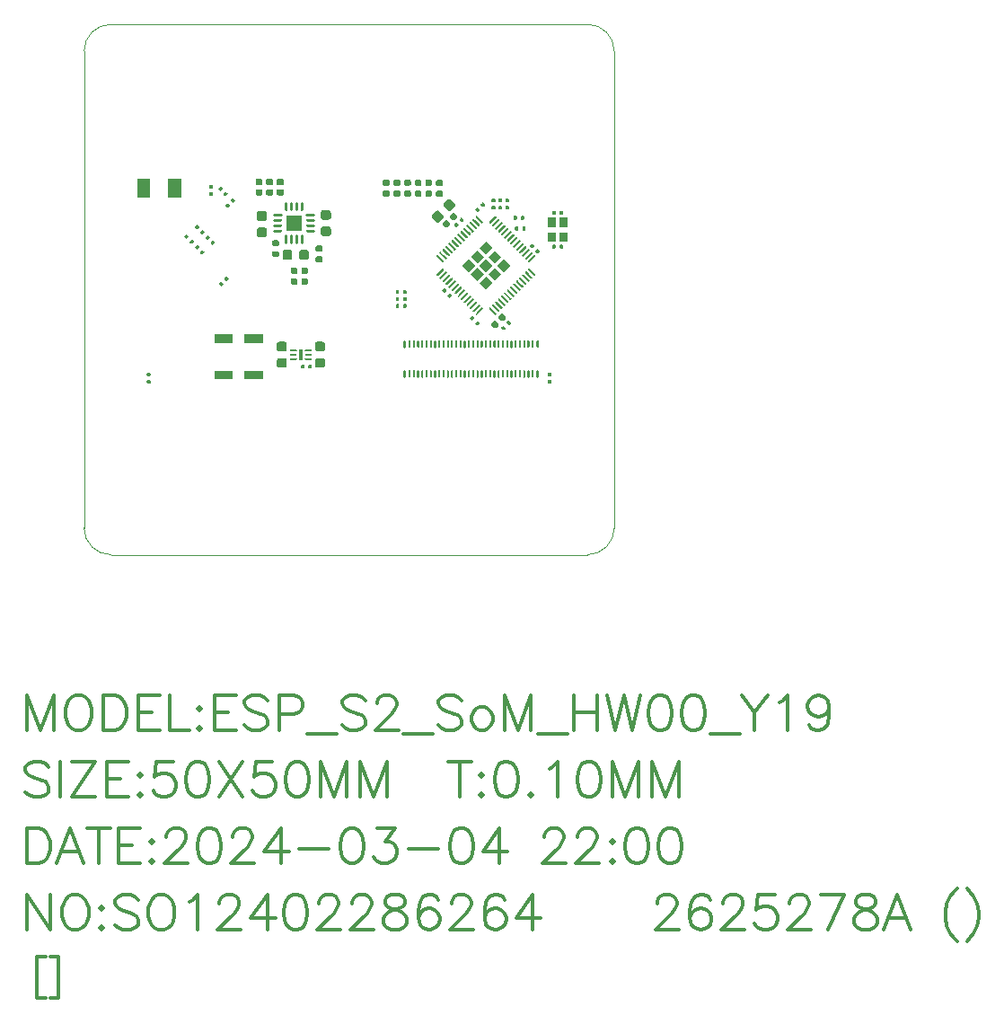
<source format=gbr>
G04 Generated by CircuitCAM Version 4.4*
%FSLAX33Y33*%
%MOMM*%
%ADD411C,0.000000*%
%ADD412C,0.299974*%
%LNSolderPasteTop*%
%LPD*%
G54D411*
X-21477Y-17836D02*
G75*
G03X-18937Y-20376I2540J0D01*
G74*
G01*
X-18937Y-20376D02*
X25983Y-20376D01*
X25983Y-20376D02*
G75*
G03X28523Y-17836I0J2540D01*
G74*
G01*
X28523Y-17836D02*
X28523Y27084D01*
X28523Y27084D02*
G75*
G03X25983Y29624I-2540J0D01*
G74*
G01*
X25983Y29624D02*
X-18937Y29624D01*
X-18937Y29624D02*
G75*
G03X-21477Y27084I0J-2540D01*
G74*
G01*
X-21477Y27084D02*
X-21477Y-17836D01*
G54D412*
X-26834Y-33642D02*
X-26834Y-36923D01*
X-26834Y-33642D02*
X-25584Y-36923D01*
X-24334Y-33642D02*
X-25584Y-36923D01*
X-24334Y-33642D02*
X-24334Y-36923D01*
X-22303Y-33642D02*
X-22616Y-33798D01*
X-22928Y-34111D01*
X-23084Y-34423D01*
X-23241Y-34892D01*
X-23241Y-35673D01*
X-23084Y-36142D01*
X-22928Y-36455D01*
X-22616Y-36767D01*
X-22303Y-36923D01*
X-21678Y-36923D01*
X-21366Y-36767D01*
X-21053Y-36455D01*
X-20897Y-36142D01*
X-20741Y-35673D01*
X-20741Y-34892D01*
X-20897Y-34423D01*
X-21053Y-34111D01*
X-21366Y-33798D01*
X-21678Y-33642D01*
X-22303Y-33642D01*
X-19647Y-33642D02*
X-19647Y-36923D01*
X-19647Y-33642D02*
X-18553Y-33642D01*
X-18084Y-33798D01*
X-17772Y-34111D01*
X-17616Y-34423D01*
X-17459Y-34892D01*
X-17459Y-35673D01*
X-17616Y-36142D01*
X-17772Y-36455D01*
X-18084Y-36767D01*
X-18553Y-36923D01*
X-19647Y-36923D01*
X-16366Y-33642D02*
X-16366Y-36923D01*
X-16366Y-33642D02*
X-14334Y-33642D01*
X-16366Y-35205D02*
X-15116Y-35205D01*
X-16366Y-36923D02*
X-14334Y-36923D01*
X-13397Y-33642D02*
X-13397Y-36923D01*
X-13397Y-36923D02*
X-11522Y-36923D01*
X-10584Y-34736D02*
X-10741Y-34892D01*
X-10584Y-35048D01*
X-10428Y-34892D01*
X-10584Y-34736D01*
X-10584Y-36611D02*
X-10741Y-36767D01*
X-10584Y-36923D01*
X-10428Y-36767D01*
X-10584Y-36611D01*
X-9178Y-33642D02*
X-9178Y-36923D01*
X-9178Y-33642D02*
X-7147Y-33642D01*
X-9178Y-35205D02*
X-7928Y-35205D01*
X-9178Y-36923D02*
X-7147Y-36923D01*
X-4178Y-34111D02*
X-4491Y-33798D01*
X-4959Y-33642D01*
X-5584Y-33642D01*
X-6053Y-33798D01*
X-6366Y-34111D01*
X-6366Y-34423D01*
X-6209Y-34736D01*
X-6053Y-34892D01*
X-5741Y-35048D01*
X-4803Y-35361D01*
X-4491Y-35517D01*
X-4334Y-35673D01*
X-4178Y-35986D01*
X-4178Y-36455D01*
X-4491Y-36767D01*
X-4959Y-36923D01*
X-5584Y-36923D01*
X-6053Y-36767D01*
X-6366Y-36455D01*
X-3084Y-33642D02*
X-3084Y-36923D01*
X-3084Y-33642D02*
X-1678Y-33642D01*
X-1209Y-33798D01*
X-1053Y-33955D01*
X-897Y-34267D01*
X-897Y-34736D01*
X-1053Y-35048D01*
X-1209Y-35205D01*
X-1678Y-35361D01*
X-3084Y-35361D01*
X-428Y-37236D02*
X2384Y-37236D01*
X5041Y-34111D02*
X4728Y-33798D01*
X4259Y-33642D01*
X3634Y-33642D01*
X3166Y-33798D01*
X2853Y-34111D01*
X2853Y-34423D01*
X3009Y-34736D01*
X3166Y-34892D01*
X3478Y-35048D01*
X4416Y-35361D01*
X4728Y-35517D01*
X4884Y-35673D01*
X5041Y-35986D01*
X5041Y-36455D01*
X4728Y-36767D01*
X4259Y-36923D01*
X3634Y-36923D01*
X3166Y-36767D01*
X2853Y-36455D01*
X6134Y-34423D02*
X6134Y-34267D01*
X6291Y-33955D01*
X6447Y-33798D01*
X6759Y-33642D01*
X7384Y-33642D01*
X7697Y-33798D01*
X7853Y-33955D01*
X8009Y-34267D01*
X8009Y-34580D01*
X7853Y-34892D01*
X7541Y-35361D01*
X5978Y-36923D01*
X8166Y-36923D01*
X8634Y-37236D02*
X11447Y-37236D01*
X14103Y-34111D02*
X13791Y-33798D01*
X13322Y-33642D01*
X12697Y-33642D01*
X12228Y-33798D01*
X11916Y-34111D01*
X11916Y-34423D01*
X12072Y-34736D01*
X12228Y-34892D01*
X12541Y-35048D01*
X13478Y-35361D01*
X13791Y-35517D01*
X13947Y-35673D01*
X14103Y-35986D01*
X14103Y-36455D01*
X13791Y-36767D01*
X13322Y-36923D01*
X12697Y-36923D01*
X12228Y-36767D01*
X11916Y-36455D01*
X15822Y-34736D02*
X15509Y-34892D01*
X15197Y-35205D01*
X15041Y-35673D01*
X15041Y-35986D01*
X15197Y-36455D01*
X15509Y-36767D01*
X15822Y-36923D01*
X16291Y-36923D01*
X16603Y-36767D01*
X16916Y-36455D01*
X17072Y-35986D01*
X17072Y-35673D01*
X16916Y-35205D01*
X16603Y-34892D01*
X16291Y-34736D01*
X15822Y-34736D01*
X18166Y-33642D02*
X18166Y-36923D01*
X18166Y-33642D02*
X19416Y-36923D01*
X20666Y-33642D02*
X19416Y-36923D01*
X20666Y-33642D02*
X20666Y-36923D01*
X21291Y-37236D02*
X24103Y-37236D01*
X24728Y-33642D02*
X24728Y-36923D01*
X26916Y-33642D02*
X26916Y-36923D01*
X24728Y-35205D02*
X26916Y-35205D01*
X27853Y-33642D02*
X28634Y-36923D01*
X29416Y-33642D02*
X28634Y-36923D01*
X29416Y-33642D02*
X30197Y-36923D01*
X30978Y-33642D02*
X30197Y-36923D01*
X32697Y-33642D02*
X32228Y-33798D01*
X31916Y-34267D01*
X31759Y-35048D01*
X31759Y-35517D01*
X31916Y-36298D01*
X32228Y-36767D01*
X32697Y-36923D01*
X33009Y-36923D01*
X33478Y-36767D01*
X33791Y-36298D01*
X33947Y-35517D01*
X33947Y-35048D01*
X33791Y-34267D01*
X33478Y-33798D01*
X33009Y-33642D01*
X32697Y-33642D01*
X35822Y-33642D02*
X35353Y-33798D01*
X35041Y-34267D01*
X34884Y-35048D01*
X34884Y-35517D01*
X35041Y-36298D01*
X35353Y-36767D01*
X35822Y-36923D01*
X36134Y-36923D01*
X36603Y-36767D01*
X36916Y-36298D01*
X37072Y-35517D01*
X37072Y-35048D01*
X36916Y-34267D01*
X36603Y-33798D01*
X36134Y-33642D01*
X35822Y-33642D01*
X37541Y-37236D02*
X40353Y-37236D01*
X40509Y-33642D02*
X41759Y-35205D01*
X41759Y-36923D01*
X43009Y-33642D02*
X41759Y-35205D01*
X44103Y-34267D02*
X44416Y-34111D01*
X44884Y-33642D01*
X44884Y-36923D01*
X48791Y-34736D02*
X48634Y-35205D01*
X48322Y-35517D01*
X47853Y-35673D01*
X47697Y-35673D01*
X47228Y-35517D01*
X46916Y-35205D01*
X46759Y-34736D01*
X46759Y-34580D01*
X46916Y-34111D01*
X47228Y-33798D01*
X47697Y-33642D01*
X47853Y-33642D01*
X48322Y-33798D01*
X48634Y-34111D01*
X48791Y-34736D01*
X48791Y-35517D01*
X48634Y-36298D01*
X48322Y-36767D01*
X47853Y-36923D01*
X47541Y-36923D01*
X47072Y-36767D01*
X46916Y-36455D01*
X-24803Y-40381D02*
X-25116Y-40068D01*
X-25584Y-39912D01*
X-26209Y-39912D01*
X-26678Y-40068D01*
X-26991Y-40381D01*
X-26991Y-40693D01*
X-26834Y-41006D01*
X-26678Y-41162D01*
X-26366Y-41318D01*
X-25428Y-41631D01*
X-25116Y-41787D01*
X-24959Y-41943D01*
X-24803Y-42256D01*
X-24803Y-42725D01*
X-25116Y-43037D01*
X-25584Y-43193D01*
X-26209Y-43193D01*
X-26678Y-43037D01*
X-26991Y-42725D01*
X-23709Y-39912D02*
X-23709Y-43193D01*
X-20428Y-39912D02*
X-22616Y-43193D01*
X-22616Y-39912D02*
X-20428Y-39912D01*
X-22616Y-43193D02*
X-20428Y-43193D01*
X-19334Y-39912D02*
X-19334Y-43193D01*
X-19334Y-39912D02*
X-17303Y-39912D01*
X-19334Y-41475D02*
X-18084Y-41475D01*
X-19334Y-43193D02*
X-17303Y-43193D01*
X-16209Y-41006D02*
X-16366Y-41162D01*
X-16209Y-41318D01*
X-16053Y-41162D01*
X-16209Y-41006D01*
X-16209Y-42881D02*
X-16366Y-43037D01*
X-16209Y-43193D01*
X-16053Y-43037D01*
X-16209Y-42881D01*
X-13084Y-39912D02*
X-14647Y-39912D01*
X-14803Y-41318D01*
X-14647Y-41162D01*
X-14178Y-41006D01*
X-13709Y-41006D01*
X-13241Y-41162D01*
X-12928Y-41475D01*
X-12772Y-41943D01*
X-12772Y-42256D01*
X-12928Y-42725D01*
X-13241Y-43037D01*
X-13709Y-43193D01*
X-14178Y-43193D01*
X-14647Y-43037D01*
X-14803Y-42881D01*
X-14959Y-42568D01*
X-10897Y-39912D02*
X-11366Y-40068D01*
X-11678Y-40537D01*
X-11834Y-41318D01*
X-11834Y-41787D01*
X-11678Y-42568D01*
X-11366Y-43037D01*
X-10897Y-43193D01*
X-10584Y-43193D01*
X-10116Y-43037D01*
X-9803Y-42568D01*
X-9647Y-41787D01*
X-9647Y-41318D01*
X-9803Y-40537D01*
X-10116Y-40068D01*
X-10584Y-39912D01*
X-10897Y-39912D01*
X-8709Y-39912D02*
X-6522Y-43193D01*
X-6522Y-39912D02*
X-8709Y-43193D01*
X-3709Y-39912D02*
X-5272Y-39912D01*
X-5428Y-41318D01*
X-5272Y-41162D01*
X-4803Y-41006D01*
X-4334Y-41006D01*
X-3866Y-41162D01*
X-3553Y-41475D01*
X-3397Y-41943D01*
X-3397Y-42256D01*
X-3553Y-42725D01*
X-3866Y-43037D01*
X-4334Y-43193D01*
X-4803Y-43193D01*
X-5272Y-43037D01*
X-5428Y-42881D01*
X-5584Y-42568D01*
X-1522Y-39912D02*
X-1991Y-40068D01*
X-2303Y-40537D01*
X-2459Y-41318D01*
X-2459Y-41787D01*
X-2303Y-42568D01*
X-1991Y-43037D01*
X-1522Y-43193D01*
X-1209Y-43193D01*
X-741Y-43037D01*
X-428Y-42568D01*
X-272Y-41787D01*
X-272Y-41318D01*
X-428Y-40537D01*
X-741Y-40068D01*
X-1209Y-39912D01*
X-1522Y-39912D01*
X822Y-39912D02*
X822Y-43193D01*
X822Y-39912D02*
X2072Y-43193D01*
X3322Y-39912D02*
X2072Y-43193D01*
X3322Y-39912D02*
X3322Y-43193D01*
X4572Y-39912D02*
X4572Y-43193D01*
X4572Y-39912D02*
X5822Y-43193D01*
X7072Y-39912D02*
X5822Y-43193D01*
X7072Y-39912D02*
X7072Y-43193D01*
X13947Y-39912D02*
X13947Y-43193D01*
X12853Y-39912D02*
X15041Y-39912D01*
X15978Y-41006D02*
X15822Y-41162D01*
X15978Y-41318D01*
X16134Y-41162D01*
X15978Y-41006D01*
X15978Y-42881D02*
X15822Y-43037D01*
X15978Y-43193D01*
X16134Y-43037D01*
X15978Y-42881D01*
X18166Y-39912D02*
X17697Y-40068D01*
X17384Y-40537D01*
X17228Y-41318D01*
X17228Y-41787D01*
X17384Y-42568D01*
X17697Y-43037D01*
X18166Y-43193D01*
X18478Y-43193D01*
X18947Y-43037D01*
X19259Y-42568D01*
X19416Y-41787D01*
X19416Y-41318D01*
X19259Y-40537D01*
X18947Y-40068D01*
X18478Y-39912D01*
X18166Y-39912D01*
X20666Y-42881D02*
X20509Y-43037D01*
X20666Y-43193D01*
X20822Y-43037D01*
X20666Y-42881D01*
X22384Y-40537D02*
X22697Y-40381D01*
X23166Y-39912D01*
X23166Y-43193D01*
X25978Y-39912D02*
X25509Y-40068D01*
X25197Y-40537D01*
X25041Y-41318D01*
X25041Y-41787D01*
X25197Y-42568D01*
X25509Y-43037D01*
X25978Y-43193D01*
X26291Y-43193D01*
X26759Y-43037D01*
X27072Y-42568D01*
X27228Y-41787D01*
X27228Y-41318D01*
X27072Y-40537D01*
X26759Y-40068D01*
X26291Y-39912D01*
X25978Y-39912D01*
X28322Y-39912D02*
X28322Y-43193D01*
X28322Y-39912D02*
X29572Y-43193D01*
X30822Y-39912D02*
X29572Y-43193D01*
X30822Y-39912D02*
X30822Y-43193D01*
X32072Y-39912D02*
X32072Y-43193D01*
X32072Y-39912D02*
X33322Y-43193D01*
X34572Y-39912D02*
X33322Y-43193D01*
X34572Y-39912D02*
X34572Y-43193D01*
X-26834Y-46182D02*
X-26834Y-49463D01*
X-26834Y-46182D02*
X-25741Y-46182D01*
X-25272Y-46338D01*
X-24959Y-46651D01*
X-24803Y-46963D01*
X-24647Y-47432D01*
X-24647Y-48213D01*
X-24803Y-48682D01*
X-24959Y-48995D01*
X-25272Y-49307D01*
X-25741Y-49463D01*
X-26834Y-49463D01*
X-22772Y-46182D02*
X-24022Y-49463D01*
X-22772Y-46182D02*
X-21522Y-49463D01*
X-23553Y-48370D02*
X-21991Y-48370D01*
X-20116Y-46182D02*
X-20116Y-49463D01*
X-21209Y-46182D02*
X-19022Y-46182D01*
X-18241Y-46182D02*
X-18241Y-49463D01*
X-18241Y-46182D02*
X-16209Y-46182D01*
X-18241Y-47745D02*
X-16991Y-47745D01*
X-18241Y-49463D02*
X-16209Y-49463D01*
X-15116Y-47276D02*
X-15272Y-47432D01*
X-15116Y-47588D01*
X-14959Y-47432D01*
X-15116Y-47276D01*
X-15116Y-49151D02*
X-15272Y-49307D01*
X-15116Y-49463D01*
X-14959Y-49307D01*
X-15116Y-49151D01*
X-13709Y-46963D02*
X-13709Y-46807D01*
X-13553Y-46495D01*
X-13397Y-46338D01*
X-13084Y-46182D01*
X-12459Y-46182D01*
X-12147Y-46338D01*
X-11991Y-46495D01*
X-11834Y-46807D01*
X-11834Y-47120D01*
X-11991Y-47432D01*
X-12303Y-47901D01*
X-13866Y-49463D01*
X-11678Y-49463D01*
X-9803Y-46182D02*
X-10272Y-46338D01*
X-10584Y-46807D01*
X-10741Y-47588D01*
X-10741Y-48057D01*
X-10584Y-48838D01*
X-10272Y-49307D01*
X-9803Y-49463D01*
X-9491Y-49463D01*
X-9022Y-49307D01*
X-8709Y-48838D01*
X-8553Y-48057D01*
X-8553Y-47588D01*
X-8709Y-46807D01*
X-9022Y-46338D01*
X-9491Y-46182D01*
X-9803Y-46182D01*
X-7459Y-46963D02*
X-7459Y-46807D01*
X-7303Y-46495D01*
X-7147Y-46338D01*
X-6834Y-46182D01*
X-6209Y-46182D01*
X-5897Y-46338D01*
X-5741Y-46495D01*
X-5584Y-46807D01*
X-5584Y-47120D01*
X-5741Y-47432D01*
X-6053Y-47901D01*
X-7616Y-49463D01*
X-5428Y-49463D01*
X-2928Y-46182D02*
X-4491Y-48370D01*
X-2147Y-48370D01*
X-2928Y-46182D02*
X-2928Y-49463D01*
X-1209Y-48057D02*
X1603Y-48057D01*
X3634Y-46182D02*
X3166Y-46338D01*
X2853Y-46807D01*
X2697Y-47588D01*
X2697Y-48057D01*
X2853Y-48838D01*
X3166Y-49307D01*
X3634Y-49463D01*
X3947Y-49463D01*
X4416Y-49307D01*
X4728Y-48838D01*
X4884Y-48057D01*
X4884Y-47588D01*
X4728Y-46807D01*
X4416Y-46338D01*
X3947Y-46182D01*
X3634Y-46182D01*
X6134Y-46182D02*
X7853Y-46182D01*
X6916Y-47432D01*
X7384Y-47432D01*
X7697Y-47588D01*
X7853Y-47745D01*
X8009Y-48213D01*
X8009Y-48526D01*
X7853Y-48995D01*
X7541Y-49307D01*
X7072Y-49463D01*
X6603Y-49463D01*
X6134Y-49307D01*
X5978Y-49151D01*
X5822Y-48838D01*
X9103Y-48057D02*
X11916Y-48057D01*
X13947Y-46182D02*
X13478Y-46338D01*
X13166Y-46807D01*
X13009Y-47588D01*
X13009Y-48057D01*
X13166Y-48838D01*
X13478Y-49307D01*
X13947Y-49463D01*
X14259Y-49463D01*
X14728Y-49307D01*
X15041Y-48838D01*
X15197Y-48057D01*
X15197Y-47588D01*
X15041Y-46807D01*
X14728Y-46338D01*
X14259Y-46182D01*
X13947Y-46182D01*
X17697Y-46182D02*
X16134Y-48370D01*
X18478Y-48370D01*
X17697Y-46182D02*
X17697Y-49463D01*
X21916Y-46963D02*
X21916Y-46807D01*
X22072Y-46495D01*
X22228Y-46338D01*
X22541Y-46182D01*
X23166Y-46182D01*
X23478Y-46338D01*
X23634Y-46495D01*
X23791Y-46807D01*
X23791Y-47120D01*
X23634Y-47432D01*
X23322Y-47901D01*
X21759Y-49463D01*
X23947Y-49463D01*
X25041Y-46963D02*
X25041Y-46807D01*
X25197Y-46495D01*
X25353Y-46338D01*
X25666Y-46182D01*
X26291Y-46182D01*
X26603Y-46338D01*
X26759Y-46495D01*
X26916Y-46807D01*
X26916Y-47120D01*
X26759Y-47432D01*
X26447Y-47901D01*
X24884Y-49463D01*
X27072Y-49463D01*
X28322Y-47276D02*
X28166Y-47432D01*
X28322Y-47588D01*
X28478Y-47432D01*
X28322Y-47276D01*
X28322Y-49151D02*
X28166Y-49307D01*
X28322Y-49463D01*
X28478Y-49307D01*
X28322Y-49151D01*
X30509Y-46182D02*
X30041Y-46338D01*
X29728Y-46807D01*
X29572Y-47588D01*
X29572Y-48057D01*
X29728Y-48838D01*
X30041Y-49307D01*
X30509Y-49463D01*
X30822Y-49463D01*
X31291Y-49307D01*
X31603Y-48838D01*
X31759Y-48057D01*
X31759Y-47588D01*
X31603Y-46807D01*
X31291Y-46338D01*
X30822Y-46182D01*
X30509Y-46182D01*
X33634Y-46182D02*
X33166Y-46338D01*
X32853Y-46807D01*
X32697Y-47588D01*
X32697Y-48057D01*
X32853Y-48838D01*
X33166Y-49307D01*
X33634Y-49463D01*
X33947Y-49463D01*
X34416Y-49307D01*
X34728Y-48838D01*
X34884Y-48057D01*
X34884Y-47588D01*
X34728Y-46807D01*
X34416Y-46338D01*
X33947Y-46182D01*
X33634Y-46182D01*
X-26834Y-52452D02*
X-26834Y-55733D01*
X-26834Y-52452D02*
X-24647Y-55733D01*
X-24647Y-52452D02*
X-24647Y-55733D01*
X-22616Y-52452D02*
X-22928Y-52608D01*
X-23241Y-52921D01*
X-23397Y-53233D01*
X-23553Y-53702D01*
X-23553Y-54483D01*
X-23397Y-54952D01*
X-23241Y-55265D01*
X-22928Y-55577D01*
X-22616Y-55733D01*
X-21991Y-55733D01*
X-21678Y-55577D01*
X-21366Y-55265D01*
X-21209Y-54952D01*
X-21053Y-54483D01*
X-21053Y-53702D01*
X-21209Y-53233D01*
X-21366Y-52921D01*
X-21678Y-52608D01*
X-21991Y-52452D01*
X-22616Y-52452D01*
X-19803Y-53546D02*
X-19959Y-53702D01*
X-19803Y-53858D01*
X-19647Y-53702D01*
X-19803Y-53546D01*
X-19803Y-55421D02*
X-19959Y-55577D01*
X-19803Y-55733D01*
X-19647Y-55577D01*
X-19803Y-55421D01*
X-16366Y-52921D02*
X-16678Y-52608D01*
X-17147Y-52452D01*
X-17772Y-52452D01*
X-18241Y-52608D01*
X-18553Y-52921D01*
X-18553Y-53233D01*
X-18397Y-53546D01*
X-18241Y-53702D01*
X-17928Y-53858D01*
X-16991Y-54171D01*
X-16678Y-54327D01*
X-16522Y-54483D01*
X-16366Y-54796D01*
X-16366Y-55265D01*
X-16678Y-55577D01*
X-17147Y-55733D01*
X-17772Y-55733D01*
X-18241Y-55577D01*
X-18553Y-55265D01*
X-14491Y-52452D02*
X-14803Y-52608D01*
X-15116Y-52921D01*
X-15272Y-53233D01*
X-15428Y-53702D01*
X-15428Y-54483D01*
X-15272Y-54952D01*
X-15116Y-55265D01*
X-14803Y-55577D01*
X-14491Y-55733D01*
X-13866Y-55733D01*
X-13553Y-55577D01*
X-13241Y-55265D01*
X-13084Y-54952D01*
X-12928Y-54483D01*
X-12928Y-53702D01*
X-13084Y-53233D01*
X-13241Y-52921D01*
X-13553Y-52608D01*
X-13866Y-52452D01*
X-14491Y-52452D01*
X-11522Y-53077D02*
X-11209Y-52921D01*
X-10741Y-52452D01*
X-10741Y-55733D01*
X-8709Y-53233D02*
X-8709Y-53077D01*
X-8553Y-52765D01*
X-8397Y-52608D01*
X-8084Y-52452D01*
X-7459Y-52452D01*
X-7147Y-52608D01*
X-6991Y-52765D01*
X-6834Y-53077D01*
X-6834Y-53390D01*
X-6991Y-53702D01*
X-7303Y-54171D01*
X-8866Y-55733D01*
X-6678Y-55733D01*
X-4178Y-52452D02*
X-5741Y-54640D01*
X-3397Y-54640D01*
X-4178Y-52452D02*
X-4178Y-55733D01*
X-1678Y-52452D02*
X-2147Y-52608D01*
X-2459Y-53077D01*
X-2616Y-53858D01*
X-2616Y-54327D01*
X-2459Y-55108D01*
X-2147Y-55577D01*
X-1678Y-55733D01*
X-1366Y-55733D01*
X-897Y-55577D01*
X-584Y-55108D01*
X-428Y-54327D01*
X-428Y-53858D01*
X-584Y-53077D01*
X-897Y-52608D01*
X-1366Y-52452D01*
X-1678Y-52452D01*
X666Y-53233D02*
X666Y-53077D01*
X822Y-52765D01*
X978Y-52608D01*
X1291Y-52452D01*
X1916Y-52452D01*
X2228Y-52608D01*
X2384Y-52765D01*
X2541Y-53077D01*
X2541Y-53390D01*
X2384Y-53702D01*
X2072Y-54171D01*
X509Y-55733D01*
X2697Y-55733D01*
X3791Y-53233D02*
X3791Y-53077D01*
X3947Y-52765D01*
X4103Y-52608D01*
X4416Y-52452D01*
X5041Y-52452D01*
X5353Y-52608D01*
X5509Y-52765D01*
X5666Y-53077D01*
X5666Y-53390D01*
X5509Y-53702D01*
X5197Y-54171D01*
X3634Y-55733D01*
X5822Y-55733D01*
X7541Y-52452D02*
X7072Y-52608D01*
X6916Y-52921D01*
X6916Y-53233D01*
X7072Y-53546D01*
X7384Y-53702D01*
X8009Y-53858D01*
X8478Y-54015D01*
X8791Y-54327D01*
X8947Y-54640D01*
X8947Y-55108D01*
X8791Y-55421D01*
X8634Y-55577D01*
X8166Y-55733D01*
X7541Y-55733D01*
X7072Y-55577D01*
X6916Y-55421D01*
X6759Y-55108D01*
X6759Y-54640D01*
X6916Y-54327D01*
X7228Y-54015D01*
X7697Y-53858D01*
X8322Y-53702D01*
X8634Y-53546D01*
X8791Y-53233D01*
X8791Y-52921D01*
X8634Y-52608D01*
X8166Y-52452D01*
X7541Y-52452D01*
X11916Y-52921D02*
X11759Y-52608D01*
X11291Y-52452D01*
X10978Y-52452D01*
X10509Y-52608D01*
X10197Y-53077D01*
X10041Y-53858D01*
X10041Y-54640D01*
X10197Y-55265D01*
X10509Y-55577D01*
X10978Y-55733D01*
X11134Y-55733D01*
X11603Y-55577D01*
X11916Y-55265D01*
X12072Y-54796D01*
X12072Y-54640D01*
X11916Y-54171D01*
X11603Y-53858D01*
X11134Y-53702D01*
X10978Y-53702D01*
X10509Y-53858D01*
X10197Y-54171D01*
X10041Y-54640D01*
X13166Y-53233D02*
X13166Y-53077D01*
X13322Y-52765D01*
X13478Y-52608D01*
X13791Y-52452D01*
X14416Y-52452D01*
X14728Y-52608D01*
X14884Y-52765D01*
X15041Y-53077D01*
X15041Y-53390D01*
X14884Y-53702D01*
X14572Y-54171D01*
X13009Y-55733D01*
X15197Y-55733D01*
X18166Y-52921D02*
X18009Y-52608D01*
X17541Y-52452D01*
X17228Y-52452D01*
X16759Y-52608D01*
X16447Y-53077D01*
X16291Y-53858D01*
X16291Y-54640D01*
X16447Y-55265D01*
X16759Y-55577D01*
X17228Y-55733D01*
X17384Y-55733D01*
X17853Y-55577D01*
X18166Y-55265D01*
X18322Y-54796D01*
X18322Y-54640D01*
X18166Y-54171D01*
X17853Y-53858D01*
X17384Y-53702D01*
X17228Y-53702D01*
X16759Y-53858D01*
X16447Y-54171D01*
X16291Y-54640D01*
X20822Y-52452D02*
X19259Y-54640D01*
X21603Y-54640D01*
X20822Y-52452D02*
X20822Y-55733D01*
X32541Y-53233D02*
X32541Y-53077D01*
X32697Y-52765D01*
X32853Y-52608D01*
X33166Y-52452D01*
X33791Y-52452D01*
X34103Y-52608D01*
X34259Y-52765D01*
X34416Y-53077D01*
X34416Y-53390D01*
X34259Y-53702D01*
X33947Y-54171D01*
X32384Y-55733D01*
X34572Y-55733D01*
X37541Y-52921D02*
X37384Y-52608D01*
X36916Y-52452D01*
X36603Y-52452D01*
X36134Y-52608D01*
X35822Y-53077D01*
X35666Y-53858D01*
X35666Y-54640D01*
X35822Y-55265D01*
X36134Y-55577D01*
X36603Y-55733D01*
X36759Y-55733D01*
X37228Y-55577D01*
X37541Y-55265D01*
X37697Y-54796D01*
X37697Y-54640D01*
X37541Y-54171D01*
X37228Y-53858D01*
X36759Y-53702D01*
X36603Y-53702D01*
X36134Y-53858D01*
X35822Y-54171D01*
X35666Y-54640D01*
X38791Y-53233D02*
X38791Y-53077D01*
X38947Y-52765D01*
X39103Y-52608D01*
X39416Y-52452D01*
X40041Y-52452D01*
X40353Y-52608D01*
X40509Y-52765D01*
X40666Y-53077D01*
X40666Y-53390D01*
X40509Y-53702D01*
X40197Y-54171D01*
X38634Y-55733D01*
X40822Y-55733D01*
X43634Y-52452D02*
X42072Y-52452D01*
X41916Y-53858D01*
X42072Y-53702D01*
X42541Y-53546D01*
X43009Y-53546D01*
X43478Y-53702D01*
X43791Y-54015D01*
X43947Y-54483D01*
X43947Y-54796D01*
X43791Y-55265D01*
X43478Y-55577D01*
X43009Y-55733D01*
X42541Y-55733D01*
X42072Y-55577D01*
X41916Y-55421D01*
X41759Y-55108D01*
X45041Y-53233D02*
X45041Y-53077D01*
X45197Y-52765D01*
X45353Y-52608D01*
X45666Y-52452D01*
X46291Y-52452D01*
X46603Y-52608D01*
X46759Y-52765D01*
X46916Y-53077D01*
X46916Y-53390D01*
X46759Y-53702D01*
X46447Y-54171D01*
X44884Y-55733D01*
X47072Y-55733D01*
X50197Y-52452D02*
X48634Y-55733D01*
X48009Y-52452D02*
X50197Y-52452D01*
X51916Y-52452D02*
X51447Y-52608D01*
X51291Y-52921D01*
X51291Y-53233D01*
X51447Y-53546D01*
X51759Y-53702D01*
X52384Y-53858D01*
X52853Y-54015D01*
X53166Y-54327D01*
X53322Y-54640D01*
X53322Y-55108D01*
X53166Y-55421D01*
X53009Y-55577D01*
X52541Y-55733D01*
X51916Y-55733D01*
X51447Y-55577D01*
X51291Y-55421D01*
X51134Y-55108D01*
X51134Y-54640D01*
X51291Y-54327D01*
X51603Y-54015D01*
X52072Y-53858D01*
X52697Y-53702D01*
X53009Y-53546D01*
X53166Y-53233D01*
X53166Y-52921D01*
X53009Y-52608D01*
X52541Y-52452D01*
X51916Y-52452D01*
X55197Y-52452D02*
X53947Y-55733D01*
X55197Y-52452D02*
X56447Y-55733D01*
X54416Y-54640D02*
X55978Y-54640D01*
X60822Y-51827D02*
X60509Y-52140D01*
X60197Y-52608D01*
X59884Y-53233D01*
X59728Y-54015D01*
X59728Y-54640D01*
X59884Y-55421D01*
X60197Y-56046D01*
X60509Y-56515D01*
X60822Y-56827D01*
X61759Y-51827D02*
X62072Y-52140D01*
X62384Y-52608D01*
X62697Y-53233D01*
X62853Y-54015D01*
X62853Y-54640D01*
X62697Y-55421D01*
X62384Y-56046D01*
X62072Y-56515D01*
X61759Y-56827D01*
X-25897Y-61847D02*
X-25897Y-58566D01*
X-25897Y-58566D02*
X-25897Y-58253D01*
X-25116Y-58253D01*
X-25897Y-61847D02*
X-25897Y-62160D01*
X-25116Y-62160D01*
X-23866Y-58566D02*
X-23866Y-61847D01*
X-23866Y-58566D02*
X-23866Y-58253D01*
X-24647Y-58253D01*
X-23866Y-61847D02*
X-23866Y-62160D01*
X-24647Y-62160D01*
G36*
G01X-12327Y15074D02*
X-13527Y15074D01*
X-13527Y13274D01*
X-12327Y13274D01*
X-12327Y15074D01*
G37*
G36*
G01X-15227Y15074D02*
X-16427Y15074D01*
X-16427Y13274D01*
X-15227Y13274D01*
X-15227Y15074D01*
G37*
G36*
G01X-2805Y15054D02*
X-3150Y15054D01*
X-3188Y15049D01*
X-3224Y15034D01*
X-3254Y15010D01*
X-3278Y14980D01*
X-3292Y14944D01*
X-3297Y14906D01*
X-3297Y14611D01*
X-3292Y14573D01*
X-3277Y14537D01*
X-3254Y14507D01*
X-3223Y14483D01*
X-3187Y14469D01*
X-3150Y14464D01*
X-2805Y14464D01*
X-2766Y14469D01*
X-2731Y14484D01*
X-2700Y14507D01*
X-2676Y14538D01*
X-2662Y14574D01*
X-2657Y14611D01*
X-2657Y14906D01*
X-2662Y14945D01*
X-2677Y14980D01*
X-2700Y15011D01*
X-2731Y15034D01*
X-2767Y15049D01*
X-2805Y15054D01*
G37*
G36*
G01X-3805Y15054D02*
X-4150Y15054D01*
X-4188Y15049D01*
X-4224Y15034D01*
X-4254Y15010D01*
X-4278Y14980D01*
X-4292Y14944D01*
X-4297Y14906D01*
X-4297Y14611D01*
X-4292Y14573D01*
X-4277Y14537D01*
X-4254Y14507D01*
X-4223Y14483D01*
X-4187Y14469D01*
X-4150Y14464D01*
X-3805Y14464D01*
X-3766Y14469D01*
X-3731Y14484D01*
X-3700Y14507D01*
X-3676Y14538D01*
X-3662Y14574D01*
X-3657Y14611D01*
X-3657Y14906D01*
X-3662Y14945D01*
X-3677Y14980D01*
X-3700Y15011D01*
X-3731Y15034D01*
X-3767Y15049D01*
X-3805Y15054D01*
G37*
G36*
G01X-4805Y15054D02*
X-5150Y15054D01*
X-5188Y15049D01*
X-5224Y15034D01*
X-5254Y15010D01*
X-5278Y14980D01*
X-5292Y14944D01*
X-5297Y14906D01*
X-5297Y14611D01*
X-5292Y14573D01*
X-5277Y14537D01*
X-5254Y14507D01*
X-5223Y14483D01*
X-5187Y14469D01*
X-5150Y14464D01*
X-4805Y14464D01*
X-4766Y14469D01*
X-4731Y14484D01*
X-4700Y14507D01*
X-4676Y14538D01*
X-4662Y14574D01*
X-4657Y14611D01*
X-4657Y14906D01*
X-4662Y14945D01*
X-4677Y14980D01*
X-4700Y15011D01*
X-4731Y15034D01*
X-4767Y15049D01*
X-4805Y15054D01*
G37*
G36*
G01X-9377Y14478D02*
X-9578Y14478D01*
X-9605Y14473D01*
X-9630Y14458D01*
X-9648Y14436D01*
X-9656Y14409D01*
X-9657Y14398D01*
X-9657Y14239D01*
X-9652Y14211D01*
X-9638Y14187D01*
X-9616Y14169D01*
X-9589Y14160D01*
X-9377Y14160D01*
X-9349Y14165D01*
X-9324Y14179D01*
X-9307Y14201D01*
X-9298Y14228D01*
X-9297Y14239D01*
X-9297Y14398D01*
X-9302Y14426D01*
X-9316Y14450D01*
X-9339Y14468D01*
X-9365Y14477D01*
X-9377Y14478D01*
G37*
G36*
G01X9208Y14964D02*
X8838Y14964D01*
X8801Y14959D01*
X8767Y14944D01*
X8739Y14921D01*
X8718Y14890D01*
X8706Y14855D01*
X8703Y14829D01*
X8703Y14559D01*
X8708Y14522D01*
X8723Y14488D01*
X8746Y14460D01*
X8776Y14438D01*
X8811Y14426D01*
X8838Y14424D01*
X9208Y14424D01*
X9245Y14429D01*
X9278Y14443D01*
X9307Y14467D01*
X9328Y14497D01*
X9340Y14532D01*
X9343Y14559D01*
X9343Y14829D01*
X9338Y14865D01*
X9323Y14899D01*
X9300Y14928D01*
X9270Y14949D01*
X9235Y14961D01*
X9208Y14964D01*
G37*
G36*
G01X8208Y14964D02*
X7838Y14964D01*
X7801Y14959D01*
X7767Y14944D01*
X7739Y14921D01*
X7718Y14890D01*
X7706Y14855D01*
X7703Y14829D01*
X7703Y14559D01*
X7708Y14522D01*
X7723Y14488D01*
X7746Y14460D01*
X7776Y14438D01*
X7811Y14426D01*
X7838Y14424D01*
X8208Y14424D01*
X8245Y14429D01*
X8278Y14443D01*
X8307Y14467D01*
X8328Y14497D01*
X8340Y14532D01*
X8343Y14559D01*
X8343Y14829D01*
X8338Y14865D01*
X8323Y14899D01*
X8300Y14928D01*
X8270Y14949D01*
X8235Y14961D01*
X8208Y14964D01*
G37*
G36*
G01X7208Y14964D02*
X6838Y14964D01*
X6801Y14959D01*
X6767Y14944D01*
X6739Y14921D01*
X6718Y14890D01*
X6706Y14855D01*
X6703Y14829D01*
X6703Y14559D01*
X6708Y14522D01*
X6723Y14488D01*
X6746Y14460D01*
X6776Y14438D01*
X6811Y14426D01*
X6838Y14424D01*
X7208Y14424D01*
X7245Y14429D01*
X7278Y14443D01*
X7307Y14467D01*
X7328Y14497D01*
X7340Y14532D01*
X7343Y14559D01*
X7343Y14829D01*
X7338Y14865D01*
X7323Y14899D01*
X7300Y14928D01*
X7270Y14949D01*
X7235Y14961D01*
X7208Y14964D01*
G37*
G36*
G01X11208Y14959D02*
X10838Y14959D01*
X10801Y14954D01*
X10767Y14939D01*
X10739Y14916D01*
X10718Y14885D01*
X10706Y14850D01*
X10703Y14824D01*
X10703Y14554D01*
X10708Y14517D01*
X10723Y14483D01*
X10746Y14455D01*
X10776Y14433D01*
X10811Y14421D01*
X10838Y14419D01*
X11208Y14419D01*
X11245Y14424D01*
X11278Y14438D01*
X11307Y14462D01*
X11328Y14492D01*
X11340Y14527D01*
X11343Y14554D01*
X11343Y14824D01*
X11338Y14860D01*
X11323Y14894D01*
X11300Y14923D01*
X11270Y14944D01*
X11235Y14956D01*
X11208Y14959D01*
G37*
G36*
G01X10208Y14959D02*
X9838Y14959D01*
X9801Y14954D01*
X9767Y14939D01*
X9739Y14916D01*
X9718Y14885D01*
X9706Y14850D01*
X9703Y14824D01*
X9703Y14554D01*
X9708Y14517D01*
X9723Y14483D01*
X9746Y14455D01*
X9776Y14433D01*
X9811Y14421D01*
X9838Y14419D01*
X10208Y14419D01*
X10245Y14424D01*
X10278Y14438D01*
X10307Y14462D01*
X10328Y14492D01*
X10340Y14527D01*
X10343Y14554D01*
X10343Y14824D01*
X10338Y14860D01*
X10323Y14894D01*
X10300Y14923D01*
X10270Y14944D01*
X10235Y14956D01*
X10208Y14959D01*
G37*
G36*
G01X12208Y14944D02*
X11838Y14944D01*
X11801Y14939D01*
X11767Y14924D01*
X11739Y14901D01*
X11718Y14870D01*
X11706Y14835D01*
X11703Y14809D01*
X11703Y14539D01*
X11708Y14502D01*
X11723Y14468D01*
X11746Y14440D01*
X11776Y14418D01*
X11811Y14406D01*
X11838Y14404D01*
X12208Y14404D01*
X12245Y14409D01*
X12278Y14423D01*
X12307Y14447D01*
X12328Y14477D01*
X12340Y14512D01*
X12343Y14539D01*
X12343Y14809D01*
X12338Y14845D01*
X12323Y14879D01*
X12300Y14908D01*
X12270Y14929D01*
X12235Y14941D01*
X12208Y14944D01*
G37*
G36*
G01X-8600Y14324D02*
X-8628Y14321D01*
X-8654Y14309D01*
X-8662Y14301D01*
X-8805Y14159D01*
X-8821Y14136D01*
X-8828Y14108D01*
X-8828Y14103D01*
X-8823Y14075D01*
X-8808Y14051D01*
X-8805Y14047D01*
X-8692Y13934D01*
X-8669Y13918D01*
X-8641Y13911D01*
X-8613Y13914D01*
X-8588Y13927D01*
X-8580Y13934D01*
X-8437Y14076D01*
X-8421Y14100D01*
X-8414Y14127D01*
X-8414Y14133D01*
X-8419Y14160D01*
X-8434Y14185D01*
X-8550Y14301D01*
X-8573Y14317D01*
X-8600Y14324D01*
G37*
G36*
G01X-2805Y14084D02*
X-3150Y14084D01*
X-3188Y14079D01*
X-3224Y14064D01*
X-3254Y14040D01*
X-3278Y14010D01*
X-3292Y13974D01*
X-3297Y13936D01*
X-3297Y13641D01*
X-3292Y13603D01*
X-3277Y13567D01*
X-3254Y13537D01*
X-3223Y13513D01*
X-3187Y13499D01*
X-3150Y13494D01*
X-2805Y13494D01*
X-2766Y13499D01*
X-2731Y13514D01*
X-2700Y13537D01*
X-2676Y13568D01*
X-2662Y13604D01*
X-2657Y13641D01*
X-2657Y13936D01*
X-2662Y13975D01*
X-2677Y14010D01*
X-2700Y14041D01*
X-2731Y14064D01*
X-2767Y14079D01*
X-2805Y14084D01*
G37*
G36*
G01X-3805Y14084D02*
X-4150Y14084D01*
X-4188Y14079D01*
X-4224Y14064D01*
X-4254Y14040D01*
X-4278Y14010D01*
X-4292Y13974D01*
X-4297Y13936D01*
X-4297Y13641D01*
X-4292Y13603D01*
X-4277Y13567D01*
X-4254Y13537D01*
X-4223Y13513D01*
X-4187Y13499D01*
X-4150Y13494D01*
X-3805Y13494D01*
X-3766Y13499D01*
X-3731Y13514D01*
X-3700Y13537D01*
X-3676Y13568D01*
X-3662Y13604D01*
X-3657Y13641D01*
X-3657Y13936D01*
X-3662Y13975D01*
X-3677Y14010D01*
X-3700Y14041D01*
X-3731Y14064D01*
X-3767Y14079D01*
X-3805Y14084D01*
G37*
G36*
G01X-4805Y14084D02*
X-5150Y14084D01*
X-5188Y14079D01*
X-5224Y14064D01*
X-5254Y14040D01*
X-5278Y14010D01*
X-5292Y13974D01*
X-5297Y13936D01*
X-5297Y13641D01*
X-5292Y13603D01*
X-5277Y13567D01*
X-5254Y13537D01*
X-5223Y13513D01*
X-5187Y13499D01*
X-5150Y13494D01*
X-4805Y13494D01*
X-4766Y13499D01*
X-4731Y13514D01*
X-4700Y13537D01*
X-4676Y13568D01*
X-4662Y13604D01*
X-4657Y13641D01*
X-4657Y13936D01*
X-4662Y13975D01*
X-4677Y14010D01*
X-4700Y14041D01*
X-4731Y14064D01*
X-4767Y14079D01*
X-4805Y14084D01*
G37*
G36*
G01X-8112Y13836D02*
X-8140Y13834D01*
X-8166Y13821D01*
X-8175Y13813D01*
X-8317Y13671D01*
X-8333Y13648D01*
X-8340Y13621D01*
X-8340Y13615D01*
X-8335Y13587D01*
X-8320Y13563D01*
X-8317Y13559D01*
X-8204Y13446D01*
X-8181Y13430D01*
X-8154Y13423D01*
X-8125Y13426D01*
X-8100Y13439D01*
X-8092Y13446D01*
X-7950Y13588D01*
X-7933Y13612D01*
X-7926Y13639D01*
X-7926Y13645D01*
X-7931Y13673D01*
X-7946Y13697D01*
X-8062Y13813D01*
X-8085Y13829D01*
X-8112Y13836D01*
G37*
G36*
G01X-9377Y13788D02*
X-9578Y13788D01*
X-9605Y13783D01*
X-9630Y13768D01*
X-9648Y13746D01*
X-9656Y13719D01*
X-9657Y13708D01*
X-9657Y13549D01*
X-9652Y13521D01*
X-9638Y13497D01*
X-9616Y13479D01*
X-9589Y13470D01*
X-9377Y13470D01*
X-9349Y13475D01*
X-9324Y13489D01*
X-9307Y13511D01*
X-9298Y13538D01*
X-9297Y13549D01*
X-9297Y13708D01*
X-9302Y13736D01*
X-9316Y13760D01*
X-9339Y13778D01*
X-9365Y13787D01*
X-9377Y13788D01*
G37*
G36*
G01X9208Y13944D02*
X8838Y13944D01*
X8801Y13939D01*
X8767Y13924D01*
X8739Y13901D01*
X8718Y13870D01*
X8706Y13835D01*
X8703Y13809D01*
X8703Y13539D01*
X8708Y13502D01*
X8723Y13468D01*
X8746Y13440D01*
X8776Y13418D01*
X8811Y13406D01*
X8838Y13404D01*
X9208Y13404D01*
X9245Y13409D01*
X9278Y13423D01*
X9307Y13447D01*
X9328Y13477D01*
X9340Y13512D01*
X9343Y13539D01*
X9343Y13809D01*
X9338Y13845D01*
X9323Y13879D01*
X9300Y13908D01*
X9270Y13929D01*
X9235Y13941D01*
X9208Y13944D01*
G37*
G36*
G01X8208Y13944D02*
X7838Y13944D01*
X7801Y13939D01*
X7767Y13924D01*
X7739Y13901D01*
X7718Y13870D01*
X7706Y13835D01*
X7703Y13809D01*
X7703Y13539D01*
X7708Y13502D01*
X7723Y13468D01*
X7746Y13440D01*
X7776Y13418D01*
X7811Y13406D01*
X7838Y13404D01*
X8208Y13404D01*
X8245Y13409D01*
X8278Y13423D01*
X8307Y13447D01*
X8328Y13477D01*
X8340Y13512D01*
X8343Y13539D01*
X8343Y13809D01*
X8338Y13845D01*
X8323Y13879D01*
X8300Y13908D01*
X8270Y13929D01*
X8235Y13941D01*
X8208Y13944D01*
G37*
G36*
G01X7208Y13944D02*
X6838Y13944D01*
X6801Y13939D01*
X6767Y13924D01*
X6739Y13901D01*
X6718Y13870D01*
X6706Y13835D01*
X6703Y13809D01*
X6703Y13539D01*
X6708Y13502D01*
X6723Y13468D01*
X6746Y13440D01*
X6776Y13418D01*
X6811Y13406D01*
X6838Y13404D01*
X7208Y13404D01*
X7245Y13409D01*
X7278Y13423D01*
X7307Y13447D01*
X7328Y13477D01*
X7340Y13512D01*
X7343Y13539D01*
X7343Y13809D01*
X7338Y13845D01*
X7323Y13879D01*
X7300Y13908D01*
X7270Y13929D01*
X7235Y13941D01*
X7208Y13944D01*
G37*
G36*
G01X11208Y13939D02*
X10838Y13939D01*
X10801Y13934D01*
X10767Y13919D01*
X10739Y13896D01*
X10718Y13865D01*
X10706Y13830D01*
X10703Y13804D01*
X10703Y13534D01*
X10708Y13497D01*
X10723Y13463D01*
X10746Y13435D01*
X10776Y13413D01*
X10811Y13401D01*
X10838Y13399D01*
X11208Y13399D01*
X11245Y13404D01*
X11278Y13418D01*
X11307Y13442D01*
X11328Y13472D01*
X11340Y13507D01*
X11343Y13534D01*
X11343Y13804D01*
X11338Y13840D01*
X11323Y13874D01*
X11300Y13903D01*
X11270Y13924D01*
X11235Y13936D01*
X11208Y13939D01*
G37*
G36*
G01X10208Y13939D02*
X9838Y13939D01*
X9801Y13934D01*
X9767Y13919D01*
X9739Y13896D01*
X9718Y13865D01*
X9706Y13830D01*
X9703Y13804D01*
X9703Y13534D01*
X9708Y13497D01*
X9723Y13463D01*
X9746Y13435D01*
X9776Y13413D01*
X9811Y13401D01*
X9838Y13399D01*
X10208Y13399D01*
X10245Y13404D01*
X10278Y13418D01*
X10307Y13442D01*
X10328Y13472D01*
X10340Y13507D01*
X10343Y13534D01*
X10343Y13804D01*
X10338Y13840D01*
X10323Y13874D01*
X10300Y13903D01*
X10270Y13924D01*
X10235Y13936D01*
X10208Y13939D01*
G37*
G36*
G01X12208Y13924D02*
X11838Y13924D01*
X11801Y13919D01*
X11767Y13904D01*
X11739Y13881D01*
X11718Y13850D01*
X11706Y13815D01*
X11703Y13789D01*
X11703Y13519D01*
X11708Y13482D01*
X11723Y13448D01*
X11746Y13420D01*
X11776Y13398D01*
X11811Y13386D01*
X11838Y13384D01*
X12208Y13384D01*
X12245Y13389D01*
X12278Y13403D01*
X12307Y13427D01*
X12328Y13457D01*
X12340Y13492D01*
X12343Y13519D01*
X12343Y13789D01*
X12338Y13825D01*
X12323Y13859D01*
X12300Y13888D01*
X12270Y13909D01*
X12235Y13921D01*
X12208Y13924D01*
G37*
G36*
G01X-7442Y13224D02*
X-7470Y13221D01*
X-7495Y13209D01*
X-7505Y13201D01*
X-7616Y13089D01*
X-7633Y13066D01*
X-7640Y13039D01*
X-7640Y13033D01*
X-7635Y13005D01*
X-7620Y12980D01*
X-7617Y12976D01*
X-7475Y12834D01*
X-7451Y12818D01*
X-7424Y12811D01*
X-7396Y12814D01*
X-7370Y12827D01*
X-7362Y12834D01*
X-7250Y12946D01*
X-7234Y12969D01*
X-7226Y12997D01*
X-7226Y13003D01*
X-7231Y13031D01*
X-7246Y13055D01*
X-7250Y13060D01*
X-7391Y13201D01*
X-7414Y13217D01*
X-7442Y13224D01*
G37*
G36*
G01X18523Y13178D02*
X18322Y13178D01*
X18295Y13173D01*
X18270Y13158D01*
X18253Y13136D01*
X18244Y13109D01*
X18243Y13098D01*
X18243Y12939D01*
X18248Y12911D01*
X18262Y12887D01*
X18284Y12869D01*
X18311Y12860D01*
X18523Y12860D01*
X18551Y12865D01*
X18576Y12879D01*
X18593Y12901D01*
X18602Y12928D01*
X18603Y12939D01*
X18603Y13098D01*
X18598Y13126D01*
X18584Y13150D01*
X18562Y13168D01*
X18535Y13177D01*
X18523Y13178D01*
G37*
G36*
G01X17873Y13178D02*
X17672Y13178D01*
X17645Y13173D01*
X17620Y13158D01*
X17603Y13136D01*
X17594Y13109D01*
X17593Y13098D01*
X17593Y12939D01*
X17598Y12911D01*
X17612Y12887D01*
X17634Y12869D01*
X17661Y12860D01*
X17873Y12860D01*
X17901Y12865D01*
X17926Y12879D01*
X17943Y12901D01*
X17952Y12928D01*
X17953Y12939D01*
X17953Y13098D01*
X17948Y13126D01*
X17934Y13150D01*
X17912Y13168D01*
X17885Y13177D01*
X17873Y13178D01*
G37*
G36*
G01X17223Y13178D02*
X17022Y13178D01*
X16995Y13173D01*
X16970Y13158D01*
X16953Y13136D01*
X16944Y13109D01*
X16943Y13098D01*
X16943Y12939D01*
X16948Y12911D01*
X16962Y12887D01*
X16984Y12869D01*
X17011Y12860D01*
X17223Y12860D01*
X17251Y12865D01*
X17276Y12879D01*
X17293Y12901D01*
X17302Y12928D01*
X17303Y12939D01*
X17303Y13098D01*
X17298Y13126D01*
X17284Y13150D01*
X17262Y13168D01*
X17235Y13177D01*
X17223Y13178D01*
G37*
G36*
G01X12937Y13157D02*
X12890Y13149D01*
X12846Y13131D01*
X12806Y13105D01*
X12791Y13091D01*
X12474Y12774D01*
X12444Y12737D01*
X12422Y12694D01*
X12410Y12648D01*
X12408Y12614D01*
X12413Y12567D01*
X12428Y12521D01*
X12452Y12480D01*
X12474Y12454D01*
X12826Y12102D01*
X12864Y12072D01*
X12906Y12050D01*
X12952Y12038D01*
X13000Y12036D01*
X13047Y12044D01*
X13091Y12061D01*
X13131Y12088D01*
X13146Y12102D01*
X13463Y12419D01*
X13493Y12456D01*
X13515Y12499D01*
X13527Y12545D01*
X13530Y12579D01*
X13524Y12626D01*
X13509Y12672D01*
X13485Y12713D01*
X13463Y12738D01*
X13111Y13091D01*
X13074Y13121D01*
X13031Y13143D01*
X12985Y13155D01*
X12937Y13157D01*
G37*
G36*
G01X-797Y12764D02*
G75*
G03X-917Y12884I-120J0D01*
G74*
G01*
G75*
G03X-1037Y12764I0J-120D01*
G74*
G01*
X-1037Y12104D01*
G75*
G03X-917Y11984I120J0D01*
G74*
G01*
G75*
G03X-797Y12104I0J120D01*
G74*
G01*
X-797Y12764D01*
G37*
G36*
G01X-1297Y12764D02*
G75*
G03X-1417Y12884I-120J0D01*
G74*
G01*
G75*
G03X-1537Y12764I0J-120D01*
G74*
G01*
X-1537Y12104D01*
G75*
G03X-1417Y11984I120J0D01*
G74*
G01*
G75*
G03X-1297Y12104I0J120D01*
G74*
G01*
X-1297Y12764D01*
G37*
G36*
G01X-1797Y12764D02*
G75*
G03X-1917Y12884I-120J0D01*
G74*
G01*
G75*
G03X-2037Y12764I0J-120D01*
G74*
G01*
X-2037Y12104D01*
G75*
G03X-1917Y11984I120J0D01*
G74*
G01*
G75*
G03X-1797Y12104I0J120D01*
G74*
G01*
X-1797Y12664D01*
G75*
G03X-1797Y12674I-120J0D01*
G74*
G01*
X-1797Y12764D01*
G37*
G36*
G01X-2297Y12764D02*
G75*
G03X-2417Y12884I-120J0D01*
G74*
G01*
G75*
G03X-2537Y12764I0J-120D01*
G74*
G01*
X-2537Y12674D01*
G75*
G03X-2537Y12664I120J-10D01*
G74*
G01*
X-2537Y12104D01*
G75*
G03X-2417Y11984I120J0D01*
G74*
G01*
G75*
G03X-2297Y12104I0J120D01*
G74*
G01*
X-2297Y12764D01*
G37*
G36*
G01X-7930Y12736D02*
X-7958Y12734D01*
X-7983Y12721D01*
X-7992Y12713D01*
X-8104Y12601D01*
X-8121Y12578D01*
X-8128Y12551D01*
X-8128Y12545D01*
X-8123Y12517D01*
X-8108Y12492D01*
X-8105Y12488D01*
X-7962Y12346D01*
X-7939Y12330D01*
X-7912Y12323D01*
X-7884Y12326D01*
X-7858Y12339D01*
X-7850Y12347D01*
X-7738Y12458D01*
X-7721Y12482D01*
X-7714Y12509D01*
X-7714Y12515D01*
X-7719Y12543D01*
X-7734Y12567D01*
X-7738Y12572D01*
X-7879Y12713D01*
X-7902Y12729D01*
X-7930Y12736D01*
G37*
G36*
G01X-4467Y12009D02*
X-4967Y12009D01*
X-5015Y12004D01*
X-5060Y11989D01*
X-5101Y11965D01*
X-5136Y11932D01*
X-5164Y11893D01*
X-5182Y11849D01*
X-5191Y11802D01*
X-5192Y11784D01*
X-5192Y11334D01*
X-5187Y11286D01*
X-5172Y11241D01*
X-5148Y11200D01*
X-5116Y11165D01*
X-5077Y11137D01*
X-5033Y11118D01*
X-4986Y11109D01*
X-4467Y11109D01*
X-4420Y11114D01*
X-4374Y11129D01*
X-4333Y11153D01*
X-4298Y11185D01*
X-4270Y11224D01*
X-4252Y11268D01*
X-4243Y11315D01*
X-4242Y11334D01*
X-4242Y11784D01*
X-4247Y11831D01*
X-4262Y11877D01*
X-4286Y11918D01*
X-4318Y11953D01*
X-4358Y11980D01*
X-4401Y11999D01*
X-4448Y12008D01*
X-4467Y12009D01*
G37*
G36*
G01X1583Y12109D02*
X1083Y12109D01*
X1035Y12104D01*
X990Y12089D01*
X949Y12065D01*
X914Y12032D01*
X886Y11993D01*
X868Y11949D01*
X859Y11902D01*
X858Y11884D01*
X858Y11434D01*
X863Y11386D01*
X878Y11341D01*
X902Y11300D01*
X934Y11265D01*
X973Y11237D01*
X1017Y11218D01*
X1064Y11209D01*
X1583Y11209D01*
X1630Y11214D01*
X1676Y11229D01*
X1717Y11253D01*
X1752Y11285D01*
X1780Y11324D01*
X1798Y11368D01*
X1807Y11415D01*
X1808Y11434D01*
X1808Y11884D01*
X1803Y11931D01*
X1788Y11977D01*
X1764Y12018D01*
X1732Y12053D01*
X1692Y12080D01*
X1649Y12099D01*
X1602Y12108D01*
X1583Y12109D01*
G37*
G36*
G01X213Y11514D02*
G75*
G03X333Y11634I0J120D01*
G74*
G01*
G75*
G03X213Y11754I-120J0D01*
G74*
G01*
X-447Y11754D01*
G75*
G03X-567Y11634I0J-120D01*
G74*
G01*
G75*
G03X-447Y11514I120J0D01*
G74*
G01*
X213Y11514D01*
G37*
G36*
G01X-2887Y11514D02*
G75*
G03X-2767Y11634I0J120D01*
G74*
G01*
G75*
G03X-2887Y11754I-120J0D01*
G74*
G01*
X-3547Y11754D01*
G75*
G03X-3667Y11634I0J-120D01*
G74*
G01*
G75*
G03X-3547Y11514I120J0D01*
G74*
G01*
X-2887Y11514D01*
G37*
G36*
G01X-967Y11584D02*
X-2367Y11584D01*
X-2367Y10184D01*
X-967Y10184D01*
X-967Y11584D01*
G37*
G36*
G01X-2887Y11014D02*
G75*
G03X-2767Y11134I0J120D01*
G74*
G01*
G75*
G03X-2887Y11254I-120J0D01*
G74*
G01*
X-3547Y11254D01*
G75*
G03X-3667Y11134I0J-120D01*
G74*
G01*
G75*
G03X-3547Y11014I120J0D01*
G74*
G01*
X-2887Y11014D01*
G37*
G36*
G01X-2887Y10514D02*
G75*
G03X-2767Y10634I0J120D01*
G74*
G01*
G75*
G03X-2887Y10754I-120J0D01*
G74*
G01*
X-3547Y10754D01*
G75*
G03X-3667Y10634I0J-120D01*
G74*
G01*
G75*
G03X-3547Y10514I120J0D01*
G74*
G01*
X-2887Y10514D01*
G37*
G36*
G01X-10800Y10724D02*
X-10828Y10721D01*
X-10854Y10709D01*
X-10862Y10701D01*
X-11005Y10559D01*
X-11021Y10536D01*
X-11028Y10508D01*
X-11028Y10503D01*
X-11023Y10475D01*
X-11008Y10451D01*
X-11005Y10447D01*
X-10892Y10334D01*
X-10869Y10318D01*
X-10841Y10311D01*
X-10813Y10314D01*
X-10788Y10327D01*
X-10780Y10334D01*
X-10637Y10476D01*
X-10621Y10500D01*
X-10614Y10527D01*
X-10614Y10533D01*
X-10619Y10560D01*
X-10634Y10585D01*
X-10750Y10701D01*
X-10773Y10717D01*
X-10800Y10724D01*
G37*
G36*
G01X-4467Y10459D02*
X-4967Y10459D01*
X-5015Y10454D01*
X-5060Y10439D01*
X-5101Y10415D01*
X-5136Y10382D01*
X-5164Y10343D01*
X-5182Y10299D01*
X-5191Y10252D01*
X-5192Y10234D01*
X-5192Y9784D01*
X-5187Y9736D01*
X-5172Y9691D01*
X-5148Y9650D01*
X-5116Y9615D01*
X-5077Y9587D01*
X-5033Y9568D01*
X-4986Y9559D01*
X-4467Y9559D01*
X-4420Y9564D01*
X-4374Y9579D01*
X-4333Y9603D01*
X-4298Y9635D01*
X-4270Y9674D01*
X-4252Y9718D01*
X-4243Y9765D01*
X-4242Y9784D01*
X-4242Y10234D01*
X-4247Y10281D01*
X-4262Y10327D01*
X-4286Y10368D01*
X-4318Y10403D01*
X-4358Y10430D01*
X-4401Y10449D01*
X-4448Y10458D01*
X-4467Y10459D01*
G37*
G36*
G01X-10312Y10236D02*
X-10340Y10234D01*
X-10366Y10221D01*
X-10375Y10213D01*
X-10517Y10071D01*
X-10533Y10048D01*
X-10540Y10021D01*
X-10540Y10015D01*
X-10535Y9987D01*
X-10520Y9963D01*
X-10517Y9959D01*
X-10404Y9846D01*
X-10381Y9830D01*
X-10353Y9823D01*
X-10325Y9826D01*
X-10300Y9839D01*
X-10292Y9846D01*
X-10150Y9988D01*
X-10133Y10012D01*
X-10126Y10039D01*
X-10126Y10045D01*
X-10131Y10073D01*
X-10146Y10097D01*
X-10262Y10213D01*
X-10285Y10229D01*
X-10312Y10236D01*
G37*
G36*
G01X-11800Y9824D02*
X-11828Y9821D01*
X-11854Y9809D01*
X-11862Y9801D01*
X-12005Y9659D01*
X-12021Y9636D01*
X-12028Y9608D01*
X-12028Y9603D01*
X-12023Y9575D01*
X-12008Y9551D01*
X-12005Y9547D01*
X-11892Y9434D01*
X-11869Y9418D01*
X-11841Y9411D01*
X-11813Y9414D01*
X-11788Y9427D01*
X-11780Y9434D01*
X-11637Y9576D01*
X-11621Y9600D01*
X-11614Y9627D01*
X-11614Y9633D01*
X-11619Y9660D01*
X-11634Y9685D01*
X-11750Y9801D01*
X-11773Y9817D01*
X-11800Y9824D01*
G37*
G36*
G01X-9800Y9724D02*
X-9828Y9721D01*
X-9854Y9709D01*
X-9862Y9701D01*
X-10005Y9559D01*
X-10021Y9536D01*
X-10028Y9508D01*
X-10028Y9503D01*
X-10023Y9475D01*
X-10008Y9451D01*
X-10005Y9447D01*
X-9892Y9334D01*
X-9869Y9318D01*
X-9841Y9311D01*
X-9813Y9314D01*
X-9788Y9327D01*
X-9780Y9334D01*
X-9637Y9476D01*
X-9621Y9500D01*
X-9614Y9527D01*
X-9614Y9533D01*
X-9619Y9560D01*
X-9634Y9585D01*
X-9750Y9701D01*
X-9773Y9717D01*
X-9800Y9724D01*
G37*
G36*
G01X-11312Y9336D02*
X-11340Y9334D01*
X-11366Y9321D01*
X-11375Y9313D01*
X-11517Y9171D01*
X-11533Y9148D01*
X-11540Y9121D01*
X-11540Y9115D01*
X-11535Y9087D01*
X-11520Y9063D01*
X-11517Y9059D01*
X-11404Y8946D01*
X-11381Y8930D01*
X-11354Y8923D01*
X-11325Y8926D01*
X-11300Y8939D01*
X-11292Y8946D01*
X-11150Y9088D01*
X-11133Y9112D01*
X-11126Y9139D01*
X-11126Y9145D01*
X-11131Y9173D01*
X-11146Y9197D01*
X-11262Y9313D01*
X-11285Y9329D01*
X-11312Y9336D01*
G37*
G36*
G01X-2887Y10014D02*
G75*
G03X-2767Y10134I0J120D01*
G74*
G01*
G75*
G03X-2887Y10254I-120J0D01*
G74*
G01*
X-3547Y10254D01*
G75*
G03X-3667Y10134I0J-120D01*
G74*
G01*
G75*
G03X-3547Y10014I120J0D01*
G74*
G01*
X-2887Y10014D01*
G37*
G36*
G01X213Y11014D02*
G75*
G03X333Y11134I0J120D01*
G74*
G01*
G75*
G03X213Y11254I-120J0D01*
G74*
G01*
X-447Y11254D01*
G75*
G03X-567Y11134I0J-120D01*
G74*
G01*
G75*
G03X-447Y11014I120J0D01*
G74*
G01*
X213Y11014D01*
G37*
G36*
G01X11841Y12061D02*
X11794Y12053D01*
X11750Y12035D01*
X11710Y12009D01*
X11695Y11995D01*
X11378Y11678D01*
X11348Y11641D01*
X11326Y11598D01*
X11314Y11552D01*
X11312Y11518D01*
X11317Y11471D01*
X11332Y11425D01*
X11356Y11384D01*
X11378Y11358D01*
X11730Y11006D01*
X11767Y10976D01*
X11810Y10954D01*
X11856Y10942D01*
X11904Y10940D01*
X11951Y10948D01*
X11995Y10965D01*
X12035Y10992D01*
X12050Y11006D01*
X12367Y11323D01*
X12397Y11360D01*
X12419Y11403D01*
X12431Y11449D01*
X12434Y11483D01*
X12428Y11530D01*
X12413Y11575D01*
X12389Y11617D01*
X12367Y11642D01*
X12015Y11995D01*
X11978Y12025D01*
X11935Y12047D01*
X11889Y12059D01*
X11841Y12061D01*
G37*
G36*
G01X16118Y12837D02*
X16090Y12834D01*
X16065Y12821D01*
X16056Y12814D01*
X15944Y12702D01*
X15928Y12679D01*
X15921Y12651D01*
X15921Y12645D01*
X15926Y12617D01*
X15940Y12593D01*
X16086Y12447D01*
X16109Y12431D01*
X16137Y12424D01*
X16165Y12427D01*
X16190Y12439D01*
X16199Y12447D01*
X16311Y12559D01*
X16327Y12582D01*
X16334Y12610D01*
X16335Y12616D01*
X16329Y12643D01*
X16315Y12668D01*
X16169Y12814D01*
X16146Y12830D01*
X16118Y12837D01*
G37*
G36*
G01X18523Y12488D02*
X18322Y12488D01*
X18295Y12483D01*
X18270Y12468D01*
X18253Y12446D01*
X18244Y12419D01*
X18243Y12408D01*
X18243Y12249D01*
X18248Y12221D01*
X18262Y12197D01*
X18284Y12179D01*
X18311Y12170D01*
X18523Y12170D01*
X18551Y12175D01*
X18576Y12189D01*
X18593Y12211D01*
X18602Y12238D01*
X18603Y12249D01*
X18603Y12408D01*
X18598Y12436D01*
X18584Y12460D01*
X18562Y12478D01*
X18535Y12487D01*
X18523Y12488D01*
G37*
G36*
G01X17873Y12488D02*
X17673Y12488D01*
X17645Y12483D01*
X17620Y12468D01*
X17603Y12446D01*
X17594Y12419D01*
X17593Y12408D01*
X17593Y12249D01*
X17598Y12221D01*
X17612Y12197D01*
X17634Y12179D01*
X17661Y12170D01*
X17873Y12170D01*
X17901Y12175D01*
X17926Y12189D01*
X17943Y12211D01*
X17952Y12238D01*
X17953Y12249D01*
X17953Y12408D01*
X17948Y12436D01*
X17934Y12461D01*
X17912Y12478D01*
X17885Y12487D01*
X17873Y12488D01*
G37*
G36*
G01X17223Y12488D02*
X17022Y12488D01*
X16995Y12483D01*
X16970Y12468D01*
X16953Y12446D01*
X16944Y12419D01*
X16943Y12408D01*
X16943Y12249D01*
X16948Y12221D01*
X16962Y12197D01*
X16984Y12179D01*
X17011Y12170D01*
X17223Y12170D01*
X17251Y12175D01*
X17276Y12189D01*
X17293Y12211D01*
X17302Y12238D01*
X17303Y12249D01*
X17303Y12408D01*
X17298Y12436D01*
X17284Y12460D01*
X17262Y12478D01*
X17235Y12487D01*
X17223Y12488D01*
G37*
G36*
G01X15630Y12349D02*
X15602Y12346D01*
X15577Y12333D01*
X15568Y12326D01*
X15456Y12214D01*
X15440Y12191D01*
X15433Y12163D01*
X15433Y12157D01*
X15438Y12129D01*
X15452Y12105D01*
X15598Y11959D01*
X15622Y11943D01*
X15649Y11936D01*
X15677Y11939D01*
X15702Y11952D01*
X15711Y11959D01*
X15823Y12071D01*
X15839Y12095D01*
X15846Y12122D01*
X15847Y12128D01*
X15842Y12156D01*
X15827Y12180D01*
X15681Y12326D01*
X15658Y12342D01*
X15630Y12349D01*
G37*
G36*
G01X23602Y12054D02*
X23443Y12054D01*
X23416Y12049D01*
X23391Y12034D01*
X23374Y12012D01*
X23365Y11985D01*
X23364Y11974D01*
X23364Y11773D01*
X23369Y11745D01*
X23383Y11721D01*
X23405Y11703D01*
X23432Y11694D01*
X23602Y11694D01*
X23630Y11699D01*
X23655Y11713D01*
X23672Y11735D01*
X23681Y11762D01*
X23682Y11773D01*
X23682Y11974D01*
X23677Y12002D01*
X23663Y12026D01*
X23641Y12044D01*
X23614Y12053D01*
X23602Y12054D01*
G37*
G36*
G01X22913Y12054D02*
X22753Y12054D01*
X22726Y12049D01*
X22701Y12034D01*
X22684Y12012D01*
X22675Y11985D01*
X22674Y11974D01*
X22674Y11773D01*
X22679Y11745D01*
X22693Y11721D01*
X22715Y11703D01*
X22742Y11694D01*
X22913Y11694D01*
X22940Y11699D01*
X22965Y11713D01*
X22982Y11735D01*
X22991Y11762D01*
X22992Y11773D01*
X22992Y11974D01*
X22987Y12002D01*
X22973Y12026D01*
X22951Y12044D01*
X22924Y12053D01*
X22913Y12054D01*
G37*
G36*
G01X13342Y11850D02*
X13304Y11845D01*
X13270Y11829D01*
X13245Y11809D01*
X13048Y11612D01*
X13025Y11582D01*
X13010Y11547D01*
X13006Y11512D01*
X13011Y11475D01*
X13026Y11440D01*
X13048Y11413D01*
X13287Y11173D01*
X13317Y11150D01*
X13352Y11136D01*
X13389Y11132D01*
X13426Y11137D01*
X13461Y11153D01*
X13486Y11173D01*
X13683Y11370D01*
X13706Y11400D01*
X13720Y11435D01*
X13725Y11470D01*
X13720Y11507D01*
X13705Y11542D01*
X13683Y11569D01*
X13444Y11809D01*
X13414Y11832D01*
X13379Y11846D01*
X13342Y11850D01*
G37*
G36*
G01X12663Y11172D02*
X12626Y11166D01*
X12591Y11150D01*
X12566Y11130D01*
X12369Y10933D01*
X12346Y10903D01*
X12332Y10868D01*
X12327Y10833D01*
X12332Y10796D01*
X12347Y10762D01*
X12369Y10734D01*
X12608Y10494D01*
X12638Y10471D01*
X12673Y10457D01*
X12710Y10453D01*
X12748Y10459D01*
X12782Y10474D01*
X12807Y10494D01*
X13004Y10691D01*
X13027Y10721D01*
X13042Y10756D01*
X13046Y10791D01*
X13041Y10828D01*
X13026Y10863D01*
X13004Y10891D01*
X12765Y11130D01*
X12735Y11153D01*
X12700Y11167D01*
X12663Y11172D01*
G37*
G36*
G01X213Y10514D02*
G75*
G03X333Y10634I0J120D01*
G74*
G01*
G75*
G03X213Y10754I-120J0D01*
G74*
G01*
X-447Y10754D01*
G75*
G03X-567Y10634I0J-120D01*
G74*
G01*
G75*
G03X-447Y10514I120J0D01*
G74*
G01*
X213Y10514D01*
G37*
G36*
G01X1583Y10559D02*
X1083Y10559D01*
X1035Y10554D01*
X990Y10539D01*
X949Y10515D01*
X914Y10482D01*
X886Y10443D01*
X868Y10399D01*
X859Y10352D01*
X858Y10334D01*
X858Y9884D01*
X863Y9836D01*
X878Y9791D01*
X902Y9750D01*
X934Y9715D01*
X973Y9687D01*
X1017Y9668D01*
X1064Y9659D01*
X1583Y9659D01*
X1630Y9664D01*
X1676Y9679D01*
X1717Y9703D01*
X1752Y9735D01*
X1780Y9774D01*
X1798Y9818D01*
X1807Y9865D01*
X1808Y9884D01*
X1808Y10334D01*
X1803Y10381D01*
X1788Y10427D01*
X1764Y10468D01*
X1732Y10503D01*
X1692Y10530D01*
X1649Y10549D01*
X1602Y10558D01*
X1583Y10559D01*
G37*
G36*
G01X213Y10014D02*
G75*
G03X333Y10134I0J120D01*
G74*
G01*
G75*
G03X213Y10254I-120J0D01*
G74*
G01*
X-447Y10254D01*
G75*
G03X-567Y10134I0J-120D01*
G74*
G01*
G75*
G03X-447Y10014I120J0D01*
G74*
G01*
X213Y10014D01*
G37*
G36*
G01X-797Y9664D02*
G75*
G03X-917Y9784I-120J0D01*
G74*
G01*
G75*
G03X-1037Y9664I0J-120D01*
G74*
G01*
X-1037Y9574D01*
G75*
G03X-1037Y9564I120J-10D01*
G74*
G01*
X-1037Y9004D01*
G75*
G03X-917Y8884I120J0D01*
G74*
G01*
G75*
G03X-797Y9004I0J120D01*
G74*
G01*
X-797Y9664D01*
G37*
G36*
G01X-1297Y9664D02*
G75*
G03X-1417Y9784I-120J0D01*
G74*
G01*
G75*
G03X-1537Y9664I0J-120D01*
G74*
G01*
X-1537Y9004D01*
G75*
G03X-1417Y8884I120J0D01*
G74*
G01*
G75*
G03X-1297Y9004I0J120D01*
G74*
G01*
X-1297Y9664D01*
G37*
G36*
G01X-1797Y9664D02*
G75*
G03X-1917Y9784I-120J0D01*
G74*
G01*
G75*
G03X-2037Y9664I0J-120D01*
G74*
G01*
X-2037Y9004D01*
G75*
G03X-1917Y8884I120J0D01*
G74*
G01*
G75*
G03X-1797Y9004I0J120D01*
G74*
G01*
X-1797Y9664D01*
G37*
G36*
G01X-2297Y9664D02*
G75*
G03X-2417Y9784I-120J0D01*
G74*
G01*
G75*
G03X-2537Y9664I0J-120D01*
G74*
G01*
X-2537Y9004D01*
G75*
G03X-2417Y8884I120J0D01*
G74*
G01*
G75*
G03X-2297Y9004I0J120D01*
G74*
G01*
X-2297Y9564D01*
G75*
G03X-2297Y9574I-120J0D01*
G74*
G01*
X-2297Y9664D01*
G37*
G36*
G01X-3232Y9264D02*
X-3602Y9264D01*
X-3639Y9259D01*
X-3673Y9244D01*
X-3701Y9221D01*
X-3722Y9190D01*
X-3735Y9155D01*
X-3737Y9129D01*
X-3737Y8859D01*
X-3732Y8822D01*
X-3717Y8788D01*
X-3694Y8760D01*
X-3664Y8738D01*
X-3629Y8726D01*
X-3602Y8724D01*
X-3232Y8724D01*
X-3195Y8729D01*
X-3162Y8743D01*
X-3133Y8767D01*
X-3112Y8797D01*
X-3100Y8832D01*
X-3097Y8859D01*
X-3097Y9129D01*
X-3102Y9165D01*
X-3117Y9199D01*
X-3140Y9228D01*
X-3170Y9249D01*
X-3205Y9261D01*
X-3232Y9264D01*
G37*
G36*
G01X-9312Y9236D02*
X-9340Y9234D01*
X-9366Y9221D01*
X-9375Y9213D01*
X-9517Y9071D01*
X-9533Y9048D01*
X-9540Y9021D01*
X-9540Y9015D01*
X-9535Y8987D01*
X-9520Y8963D01*
X-9517Y8959D01*
X-9404Y8846D01*
X-9381Y8830D01*
X-9353Y8823D01*
X-9325Y8826D01*
X-9300Y8839D01*
X-9292Y8846D01*
X-9150Y8988D01*
X-9133Y9012D01*
X-9126Y9039D01*
X-9126Y9045D01*
X-9131Y9073D01*
X-9146Y9097D01*
X-9262Y9213D01*
X-9285Y9229D01*
X-9312Y9236D01*
G37*
G36*
G01X-10800Y8824D02*
X-10828Y8821D01*
X-10854Y8809D01*
X-10862Y8801D01*
X-11005Y8659D01*
X-11021Y8636D01*
X-11028Y8608D01*
X-11028Y8603D01*
X-11023Y8575D01*
X-11008Y8551D01*
X-11005Y8547D01*
X-10892Y8434D01*
X-10869Y8418D01*
X-10841Y8411D01*
X-10813Y8414D01*
X-10788Y8427D01*
X-10780Y8434D01*
X-10637Y8576D01*
X-10621Y8600D01*
X-10614Y8627D01*
X-10614Y8633D01*
X-10619Y8660D01*
X-10634Y8685D01*
X-10750Y8801D01*
X-10773Y8817D01*
X-10800Y8824D01*
G37*
G36*
G01X17406Y11397D02*
G75*
G03X17436Y11467I-65J70D01*
G74*
G01*
G75*
G03X17341Y11562I-95J0D01*
G74*
G01*
G75*
G03X17274Y11534I0J-95D01*
G74*
G01*
X17208Y11468D01*
G75*
G03X17203Y11463I62J-72D01*
G74*
G01*
X16742Y11002D01*
G75*
G03X16708Y10929I61J-73D01*
G74*
G01*
G75*
G03X16803Y10834I95J0D01*
G74*
G01*
G75*
G03X16879Y10871I0J95D01*
G74*
G01*
X16937Y10929D01*
X16939Y10930D01*
G75*
G03X16949Y10941I-65J70D01*
G74*
G01*
X17333Y11325D01*
X17335Y11326D01*
G75*
G03X17346Y11338I-65J70D01*
G74*
G01*
X17404Y11396D01*
X17406Y11397D01*
G37*
G36*
G01X15598Y11534D02*
G75*
G03X15531Y11562I-67J-67D01*
G74*
G01*
G75*
G03X15435Y11467I0J-95D01*
G74*
G01*
G75*
G03X15469Y11394I96J0D01*
G74*
G01*
X15471Y11393D01*
X15525Y11339D01*
G75*
G03X15533Y11330I76J57D01*
G74*
G01*
X15995Y10868D01*
G75*
G03X16068Y10834I73J61D01*
G74*
G01*
G75*
G03X16163Y10929I0J95D01*
G74*
G01*
G75*
G03X16127Y11004I-95J0D01*
G74*
G01*
X16067Y11064D01*
X16067Y11065D01*
G75*
G03X16056Y11075I-70J-65D01*
G74*
G01*
X16055Y11076D01*
X15598Y11534D01*
G37*
G36*
G01X14114Y11399D02*
X14085Y11396D01*
X14060Y11383D01*
X14051Y11376D01*
X13940Y11264D01*
X13923Y11241D01*
X13916Y11213D01*
X13916Y11207D01*
X13921Y11179D01*
X13935Y11155D01*
X14081Y11009D01*
X14105Y10993D01*
X14132Y10986D01*
X14160Y10989D01*
X14186Y11001D01*
X14306Y11121D01*
X14323Y11145D01*
X14330Y11172D01*
X14330Y11178D01*
X14325Y11205D01*
X14310Y11230D01*
X14164Y11376D01*
X14141Y11392D01*
X14114Y11399D01*
G37*
G36*
G01X15315Y11251D02*
G75*
G03X15248Y11279I-67J-67D01*
G74*
G01*
G75*
G03X15153Y11184I0J-95D01*
G74*
G01*
G75*
G03X15184Y11113I95J0D01*
G74*
G01*
X15186Y11112D01*
X15243Y11055D01*
G75*
G03X15251Y11046I75J58D01*
G74*
G01*
X15714Y10583D01*
G75*
G03X15785Y10551I71J63D01*
G74*
G01*
G75*
G03X15881Y10646I0J95D01*
G74*
G01*
G75*
G03X15843Y10722I-96J0D01*
G74*
G01*
X15787Y10778D01*
X15787Y10779D01*
G75*
G03X15777Y10789I-72J-62D01*
G74*
G01*
X15315Y11251D01*
G37*
G36*
G01X15032Y10968D02*
G75*
G03X14965Y10996I-67J-67D01*
G74*
G01*
G75*
G03X14870Y10901I0J-95D01*
G74*
G01*
G75*
G03X14898Y10834I95J0D01*
G74*
G01*
X14961Y10771D01*
G75*
G03X14969Y10763I75J59D01*
G74*
G01*
X15435Y10296D01*
X15436Y10296D01*
G75*
G03X15502Y10269I66J67D01*
G74*
G01*
G75*
G03X15597Y10363I0J94D01*
G74*
G01*
G75*
G03X15559Y10440I-95J0D01*
G74*
G01*
X15506Y10493D01*
X15506Y10494D01*
G75*
G03X15492Y10508I-74J-60D01*
G74*
G01*
X15032Y10968D01*
G37*
G36*
G01X13626Y10911D02*
X13597Y10908D01*
X13572Y10895D01*
X13563Y10888D01*
X13452Y10776D01*
X13435Y10753D01*
X13428Y10725D01*
X13428Y10719D01*
X13433Y10691D01*
X13447Y10667D01*
X13593Y10521D01*
X13617Y10505D01*
X13644Y10498D01*
X13672Y10501D01*
X13698Y10514D01*
X13706Y10521D01*
X13818Y10633D01*
X13835Y10657D01*
X13842Y10684D01*
X13842Y10690D01*
X13837Y10718D01*
X13822Y10742D01*
X13676Y10888D01*
X13653Y10904D01*
X13626Y10911D01*
G37*
G36*
G01X14752Y10683D02*
G75*
G03X14682Y10714I-70J-65D01*
G74*
G01*
G75*
G03X14587Y10618I0J-96D01*
G74*
G01*
G75*
G03X14615Y10551I95J0D01*
G74*
G01*
X15076Y10090D01*
G75*
G03X15087Y10079I73J61D01*
G74*
G01*
X15089Y10078D01*
X15143Y10024D01*
G75*
G03X15220Y9985I77J57D01*
G74*
G01*
G75*
G03X15315Y10081I0J96D01*
G74*
G01*
G75*
G03X15285Y10150I-95J0D01*
G74*
G01*
X15284Y10151D01*
X14822Y10612D01*
X14822Y10613D01*
G75*
G03X14812Y10622I-69J-66D01*
G74*
G01*
X14752Y10682D01*
X14752Y10683D01*
G37*
G36*
G01X14471Y10398D02*
G75*
G03X14399Y10431I-72J-63D01*
G74*
G01*
G75*
G03X14304Y10335I0J-96D01*
G74*
G01*
G75*
G03X14332Y10268I95J0D01*
G74*
G01*
X14795Y9805D01*
G75*
G03X14803Y9797I71J63D01*
G74*
G01*
X14805Y9796D01*
X14861Y9740D01*
G75*
G03X14937Y9702I76J58D01*
G74*
G01*
G75*
G03X15032Y9798I0J96D01*
G74*
G01*
G75*
G03X15000Y9869I-95J0D01*
G74*
G01*
X14537Y10332D01*
G75*
G03X14528Y10340I-67J-67D01*
G74*
G01*
X14471Y10397D01*
X14471Y10398D01*
G37*
G36*
G01X14190Y10113D02*
G75*
G03X14116Y10148I-74J-61D01*
G74*
G01*
G75*
G03X14021Y10052I0J-96D01*
G74*
G01*
G75*
G03X14049Y9986I95J0D01*
G74*
G01*
X14049Y9985D01*
X14282Y9752D01*
X14284Y9751D01*
X14579Y9456D01*
G75*
G03X14654Y9420I75J59D01*
G74*
G01*
G75*
G03X14749Y9515I0J95D01*
G74*
G01*
G75*
G03X14715Y9588I-95J0D01*
G74*
G01*
X14254Y10049D01*
G75*
G03X14244Y10058I-67J-67D01*
G74*
G01*
X14190Y10112D01*
X14190Y10113D01*
G37*
G36*
G01X13901Y9837D02*
G75*
G03X13834Y9865I-67J-67D01*
G74*
G01*
G75*
G03X13738Y9770I0J-95D01*
G74*
G01*
G75*
G03X13772Y9697I96J0D01*
G74*
G01*
X13774Y9696D01*
X13827Y9643D01*
G75*
G03X13836Y9633I77J56D01*
G74*
G01*
X14298Y9171D01*
G75*
G03X14371Y9137I73J61D01*
G74*
G01*
G75*
G03X14466Y9232I0J95D01*
G74*
G01*
G75*
G03X14431Y9306I-95J0D01*
G74*
G01*
X14369Y9368D01*
X14369Y9369D01*
G75*
G03X14360Y9377I-69J-66D01*
G74*
G01*
X14359Y9378D01*
X13901Y9837D01*
G37*
G36*
G01X13618Y9554D02*
G75*
G03X13551Y9582I-67J-67D01*
G74*
G01*
G75*
G03X13456Y9487I0J-95D01*
G74*
G01*
G75*
G03X13488Y9415I95J0D01*
G74*
G01*
X13490Y9414D01*
X13545Y9359D01*
G75*
G03X13554Y9349I76J57D01*
G74*
G01*
X14016Y8887D01*
G75*
G03X14088Y8854I72J62D01*
G74*
G01*
G75*
G03X14184Y8949I0J95D01*
G74*
G01*
G75*
G03X14146Y9025I-96J0D01*
G74*
G01*
X14089Y9082D01*
X14089Y9083D01*
G75*
G03X14081Y9091I-71J-63D01*
G74*
G01*
X13618Y9554D01*
G37*
G36*
G01X13335Y9271D02*
G75*
G03X13268Y9299I-67J-67D01*
G74*
G01*
G75*
G03X13173Y9204I0J-95D01*
G74*
G01*
G75*
G03X13201Y9136I95J0D01*
G74*
G01*
X13203Y9135D01*
X13264Y9074D01*
G75*
G03X13272Y9065I75J59D01*
G74*
G01*
X13274Y9064D01*
X13736Y8601D01*
X13737Y8600D01*
G75*
G03X13805Y8571I68J66D01*
G74*
G01*
G75*
G03X13901Y8666I0J95D01*
G74*
G01*
G75*
G03X13862Y8743I-96J0D01*
G74*
G01*
X13808Y8797D01*
X13808Y8798D01*
G75*
G03X13796Y8810I-73J-61D01*
G74*
G01*
X13335Y9271D01*
G37*
G36*
G01X13052Y8988D02*
G75*
G03X12985Y9016I-67J-67D01*
G74*
G01*
G75*
G03X12890Y8921I0J-95D01*
G74*
G01*
G75*
G03X12918Y8854I95J0D01*
G74*
G01*
X13378Y8394D01*
G75*
G03X13391Y8381I74J60D01*
G74*
G01*
X13393Y8380D01*
X13446Y8327D01*
G75*
G03X13523Y8288I77J57D01*
G74*
G01*
G75*
G03X13618Y8384I0J96D01*
G74*
G01*
G75*
G03X13590Y8450I-95J0D01*
G74*
G01*
X13590Y8451D01*
X13123Y8917D01*
G75*
G03X13115Y8925I-67J-67D01*
G74*
G01*
X13052Y8988D01*
G37*
G36*
G01X868Y8764D02*
X498Y8764D01*
X461Y8759D01*
X427Y8744D01*
X399Y8721D01*
X378Y8690D01*
X365Y8655D01*
X363Y8629D01*
X363Y8359D01*
X368Y8322D01*
X383Y8288D01*
X406Y8260D01*
X436Y8238D01*
X471Y8226D01*
X498Y8224D01*
X868Y8224D01*
X905Y8229D01*
X938Y8243D01*
X967Y8267D01*
X988Y8297D01*
X1000Y8332D01*
X1003Y8359D01*
X1003Y8629D01*
X998Y8665D01*
X983Y8699D01*
X960Y8728D01*
X930Y8749D01*
X895Y8761D01*
X868Y8764D01*
G37*
G36*
G01X-517Y8359D02*
X-967Y8359D01*
X-1015Y8354D01*
X-1060Y8339D01*
X-1101Y8315D01*
X-1136Y8282D01*
X-1164Y8243D01*
X-1182Y8199D01*
X-1191Y8152D01*
X-1192Y8134D01*
X-1192Y7634D01*
X-1187Y7586D01*
X-1172Y7541D01*
X-1148Y7500D01*
X-1116Y7465D01*
X-1077Y7437D01*
X-1033Y7418D01*
X-986Y7409D01*
X-517Y7409D01*
X-470Y7414D01*
X-424Y7429D01*
X-383Y7453D01*
X-348Y7485D01*
X-320Y7524D01*
X-302Y7568D01*
X-293Y7615D01*
X-292Y7634D01*
X-292Y8134D01*
X-297Y8181D01*
X-312Y8227D01*
X-336Y8268D01*
X-368Y8303D01*
X-408Y8330D01*
X-451Y8349D01*
X-498Y8358D01*
X-517Y8359D01*
G37*
G36*
G01X-2067Y8359D02*
X-2517Y8359D01*
X-2565Y8354D01*
X-2610Y8339D01*
X-2651Y8315D01*
X-2686Y8282D01*
X-2714Y8243D01*
X-2732Y8199D01*
X-2741Y8152D01*
X-2742Y8134D01*
X-2742Y7634D01*
X-2737Y7586D01*
X-2722Y7541D01*
X-2698Y7500D01*
X-2666Y7465D01*
X-2627Y7437D01*
X-2583Y7418D01*
X-2536Y7409D01*
X-2067Y7409D01*
X-2020Y7414D01*
X-1974Y7429D01*
X-1933Y7453D01*
X-1898Y7485D01*
X-1870Y7524D01*
X-1852Y7568D01*
X-1843Y7615D01*
X-1842Y7634D01*
X-1842Y8134D01*
X-1847Y8181D01*
X-1862Y8227D01*
X-1886Y8268D01*
X-1918Y8303D01*
X-1958Y8330D01*
X-2001Y8349D01*
X-2048Y8358D01*
X-2067Y8359D01*
G37*
G36*
G01X-10312Y8336D02*
X-10340Y8334D01*
X-10366Y8321D01*
X-10375Y8313D01*
X-10517Y8171D01*
X-10533Y8148D01*
X-10540Y8121D01*
X-10540Y8115D01*
X-10535Y8087D01*
X-10520Y8063D01*
X-10517Y8059D01*
X-10404Y7946D01*
X-10381Y7930D01*
X-10353Y7923D01*
X-10325Y7926D01*
X-10300Y7939D01*
X-10292Y7946D01*
X-10150Y8088D01*
X-10133Y8112D01*
X-10126Y8139D01*
X-10126Y8145D01*
X-10131Y8173D01*
X-10146Y8197D01*
X-10262Y8313D01*
X-10285Y8329D01*
X-10312Y8336D01*
G37*
G36*
G01X-3232Y8244D02*
X-3602Y8244D01*
X-3639Y8239D01*
X-3673Y8224D01*
X-3701Y8201D01*
X-3722Y8170D01*
X-3735Y8135D01*
X-3737Y8109D01*
X-3737Y7839D01*
X-3732Y7802D01*
X-3717Y7768D01*
X-3694Y7740D01*
X-3664Y7718D01*
X-3629Y7706D01*
X-3602Y7704D01*
X-3232Y7704D01*
X-3195Y7709D01*
X-3162Y7723D01*
X-3133Y7747D01*
X-3112Y7777D01*
X-3100Y7812D01*
X-3097Y7839D01*
X-3097Y8109D01*
X-3102Y8145D01*
X-3117Y8179D01*
X-3140Y8208D01*
X-3170Y8229D01*
X-3205Y8241D01*
X-3232Y8244D01*
G37*
G36*
G01X12774Y8701D02*
G75*
G03X12702Y8734I-72J-63D01*
G74*
G01*
G75*
G03X12607Y8638I0J-96D01*
G74*
G01*
G75*
G03X12635Y8571I95J0D01*
G74*
G01*
X13097Y8109D01*
G75*
G03X13106Y8100I72J62D01*
G74*
G01*
X13108Y8099D01*
X13164Y8043D01*
G75*
G03X13240Y8005I76J58D01*
G74*
G01*
G75*
G03X13335Y8101I0J96D01*
G74*
G01*
G75*
G03X13303Y8172I-95J0D01*
G74*
G01*
X12840Y8635D01*
G75*
G03X12831Y8643I-67J-67D01*
G74*
G01*
X12774Y8700D01*
X12774Y8701D01*
G37*
G36*
G01X12492Y8417D02*
G75*
G03X12419Y8451I-73J-62D01*
G74*
G01*
G75*
G03X12324Y8355I0J-96D01*
G74*
G01*
G75*
G03X12351Y8289I95J0D01*
G74*
G01*
X12352Y8288D01*
X12810Y7831D01*
X12811Y7830D01*
G75*
G03X12821Y7819I75J59D01*
G74*
G01*
X12823Y7818D01*
X12882Y7759D01*
G75*
G03X12957Y7723I75J59D01*
G74*
G01*
G75*
G03X13052Y7818I0J95D01*
G74*
G01*
G75*
G03X13019Y7890I-95J0D01*
G74*
G01*
X12557Y8352D01*
G75*
G03X12547Y8361I-67J-67D01*
G74*
G01*
X12492Y8416D01*
X12492Y8417D01*
G37*
G36*
G01X12203Y8140D02*
G75*
G03X12137Y8167I-66J-67D01*
G74*
G01*
G75*
G03X12042Y8073I0J-94D01*
G74*
G01*
G75*
G03X12076Y7999I95J0D01*
G74*
G01*
X12078Y7998D01*
X12130Y7946D01*
G75*
G03X12140Y7935I77J56D01*
G74*
G01*
X12600Y7475D01*
G75*
G03X12674Y7440I74J60D01*
G74*
G01*
G75*
G03X12769Y7535I0J95D01*
G74*
G01*
G75*
G03X12734Y7609I-95J0D01*
G74*
G01*
X12437Y7906D01*
X12437Y7907D01*
X12204Y8140D01*
X12203Y8140D01*
G37*
G36*
G01X11921Y7857D02*
G75*
G03X11854Y7885I-67J-67D01*
G74*
G01*
G75*
G03X11758Y7790I0J-95D01*
G74*
G01*
G75*
G03X11791Y7718I96J0D01*
G74*
G01*
X11793Y7717D01*
X11848Y7662D01*
G75*
G03X11857Y7652I76J57D01*
G74*
G01*
X12319Y7190D01*
G75*
G03X12391Y7157I72J62D01*
G74*
G01*
G75*
G03X12486Y7252I0J95D01*
G74*
G01*
G75*
G03X12450Y7327I-95J0D01*
G74*
G01*
X12391Y7386D01*
X12391Y7387D01*
G75*
G03X12379Y7398I-71J-64D01*
G74*
G01*
X12154Y7623D01*
X12154Y7624D01*
X11921Y7857D01*
G37*
G36*
G01X868Y7744D02*
X498Y7744D01*
X461Y7739D01*
X427Y7724D01*
X399Y7701D01*
X378Y7670D01*
X365Y7635D01*
X363Y7609D01*
X363Y7339D01*
X368Y7302D01*
X383Y7268D01*
X406Y7240D01*
X436Y7218D01*
X471Y7206D01*
X498Y7204D01*
X868Y7204D01*
X905Y7209D01*
X938Y7223D01*
X967Y7247D01*
X988Y7277D01*
X1000Y7312D01*
X1003Y7339D01*
X1003Y7609D01*
X998Y7645D01*
X983Y7679D01*
X960Y7708D01*
X930Y7729D01*
X895Y7741D01*
X868Y7744D01*
G37*
G36*
G01X19947Y11554D02*
X19789Y11554D01*
X19761Y11549D01*
X19736Y11534D01*
X19719Y11512D01*
X19710Y11485D01*
X19709Y11474D01*
X19709Y11273D01*
X19714Y11245D01*
X19728Y11221D01*
X19750Y11203D01*
X19777Y11194D01*
X19947Y11194D01*
X19975Y11199D01*
X20000Y11213D01*
X20017Y11235D01*
X20026Y11262D01*
X20027Y11273D01*
X20027Y11474D01*
X20022Y11502D01*
X20008Y11526D01*
X19986Y11544D01*
X19959Y11553D01*
X19947Y11554D01*
G37*
G36*
G01X19257Y11554D02*
X19098Y11554D01*
X19071Y11549D01*
X19046Y11534D01*
X19029Y11512D01*
X19020Y11485D01*
X19019Y11474D01*
X19019Y11273D01*
X19024Y11245D01*
X19038Y11221D01*
X19060Y11203D01*
X19087Y11194D01*
X19257Y11194D01*
X19285Y11199D01*
X19310Y11213D01*
X19327Y11235D01*
X19336Y11262D01*
X19337Y11273D01*
X19337Y11474D01*
X19332Y11502D01*
X19318Y11526D01*
X19296Y11544D01*
X19269Y11553D01*
X19257Y11554D01*
G37*
G36*
G01X17692Y11118D02*
G75*
G03X17719Y11184I-68J66D01*
G74*
G01*
G75*
G03X17624Y11279I-95J0D01*
G74*
G01*
G75*
G03X17557Y11251I0J-95D01*
G74*
G01*
X17026Y10720D01*
G75*
G03X16991Y10646I60J-74D01*
G74*
G01*
G75*
G03X17086Y10551I95J0D01*
G74*
G01*
G75*
G03X17160Y10586I0J95D01*
G74*
G01*
X17692Y11118D01*
G37*
G36*
G01X24128Y11424D02*
X23328Y11424D01*
X23328Y10524D01*
X24128Y10524D01*
X24128Y11424D01*
G37*
G36*
G01X23028Y11424D02*
X22228Y11424D01*
X22228Y10524D01*
X23028Y10524D01*
X23028Y11424D01*
G37*
G36*
G01X17975Y10835D02*
G75*
G03X18002Y10901I-68J66D01*
G74*
G01*
G75*
G03X17907Y10996I-95J0D01*
G74*
G01*
G75*
G03X17836Y10965I0J-95D01*
G74*
G01*
X17836Y10964D01*
X17777Y10905D01*
G75*
G03X17765Y10894I59J-75D01*
G74*
G01*
X17765Y10893D01*
X17381Y10509D01*
G75*
G03X17369Y10498I59J-75D01*
G74*
G01*
X17369Y10497D01*
X17310Y10438D01*
G75*
G03X17274Y10363I59J-75D01*
G74*
G01*
G75*
G03X17369Y10268I95J0D01*
G74*
G01*
G75*
G03X17442Y10302I0J95D01*
G74*
G01*
X17975Y10835D01*
G37*
G36*
G01X18254Y10548D02*
G75*
G03X18285Y10618I-65J70D01*
G74*
G01*
G75*
G03X18189Y10713I-96J0D01*
G74*
G01*
G75*
G03X18122Y10685I0J-95D01*
G74*
G01*
X17889Y10452D01*
X17889Y10451D01*
X17591Y10154D01*
X17590Y10153D01*
G75*
G03X17557Y10081I62J-72D01*
G74*
G01*
G75*
G03X17652Y9985I95J0D01*
G74*
G01*
G75*
G03X17727Y10022I0J96D01*
G74*
G01*
X17785Y10080D01*
X17787Y10081D01*
G75*
G03X17793Y10087I-64J70D01*
G74*
G01*
X18187Y10481D01*
G75*
G03X18194Y10489I-68J66D01*
G74*
G01*
X18252Y10547D01*
X18254Y10548D01*
G37*
G36*
G01X20078Y10554D02*
X19919Y10554D01*
X19891Y10549D01*
X19867Y10534D01*
X19849Y10512D01*
X19840Y10485D01*
X19839Y10474D01*
X19839Y10273D01*
X19844Y10245D01*
X19859Y10221D01*
X19881Y10203D01*
X19908Y10194D01*
X20078Y10194D01*
X20106Y10199D01*
X20130Y10213D01*
X20148Y10235D01*
X20157Y10262D01*
X20157Y10474D01*
X20152Y10502D01*
X20138Y10526D01*
X20116Y10544D01*
X20089Y10553D01*
X20078Y10554D01*
G37*
G36*
G01X19388Y10554D02*
X19229Y10554D01*
X19201Y10549D01*
X19177Y10534D01*
X19159Y10512D01*
X19150Y10485D01*
X19149Y10474D01*
X19149Y10273D01*
X19154Y10245D01*
X19169Y10221D01*
X19191Y10203D01*
X19218Y10194D01*
X19388Y10194D01*
X19416Y10199D01*
X19440Y10213D01*
X19458Y10235D01*
X19467Y10262D01*
X19467Y10474D01*
X19462Y10502D01*
X19448Y10526D01*
X19426Y10544D01*
X19399Y10553D01*
X19388Y10554D01*
G37*
G36*
G01X18539Y10268D02*
G75*
G03X18567Y10335I-67J67D01*
G74*
G01*
G75*
G03X18472Y10430I-95J0D01*
G74*
G01*
G75*
G03X18405Y10402I0J-95D01*
G74*
G01*
X17874Y9871D01*
G75*
G03X17840Y9798I61J-73D01*
G74*
G01*
G75*
G03X17935Y9703I95J0D01*
G74*
G01*
G75*
G03X18009Y9738I0J95D01*
G74*
G01*
X18539Y10268D01*
G37*
G36*
G01X18822Y9985D02*
G75*
G03X18850Y10052I-67J67D01*
G74*
G01*
G75*
G03X18755Y10147I-95J0D01*
G74*
G01*
G75*
G03X18685Y10117I0J-95D01*
G74*
G01*
X18685Y10116D01*
X18626Y10057D01*
G75*
G03X18617Y10049I58J-75D01*
G74*
G01*
X18223Y9655D01*
G75*
G03X18218Y9650I65J-69D01*
G74*
G01*
X18218Y9649D01*
X18159Y9590D01*
G75*
G03X18122Y9515I59J-75D01*
G74*
G01*
G75*
G03X18218Y9420I96J0D01*
G74*
G01*
G75*
G03X18291Y9454I0J95D01*
G74*
G01*
X18292Y9455D01*
X18588Y9752D01*
X18590Y9753D01*
X18822Y9985D01*
G37*
G36*
G01X24128Y10024D02*
X23328Y10024D01*
X23328Y9124D01*
X24128Y9124D01*
X24128Y10024D01*
G37*
G36*
G01X23028Y10024D02*
X22228Y10024D01*
X22228Y9124D01*
X23028Y9124D01*
X23028Y10024D01*
G37*
G36*
G01X19102Y9699D02*
G75*
G03X19133Y9770I-64J71D01*
G74*
G01*
G75*
G03X19038Y9865I-95J0D01*
G74*
G01*
G75*
G03X18971Y9837I0J-95D01*
G74*
G01*
X18905Y9771D01*
G75*
G03X18900Y9766I62J-72D01*
G74*
G01*
X18438Y9304D01*
G75*
G03X18405Y9232I62J-72D01*
G74*
G01*
G75*
G03X18500Y9137I95J0D01*
G74*
G01*
G75*
G03X18576Y9174I0J95D01*
G74*
G01*
X18633Y9231D01*
X18635Y9232D01*
G75*
G03X18647Y9245I-64J71D01*
G74*
G01*
X19029Y9627D01*
X19031Y9628D01*
G75*
G03X19043Y9641I-64J71D01*
G74*
G01*
X19100Y9698D01*
X19102Y9699D01*
G37*
G36*
G01X16436Y9147D02*
X15823Y8534D01*
X16436Y7922D01*
X17049Y8534D01*
X16436Y9147D01*
G37*
G36*
G01X15611Y8322D02*
X14998Y7710D01*
X15611Y7097D01*
X16224Y7710D01*
X15611Y8322D01*
G37*
G36*
G01X14786Y7497D02*
X14173Y6885D01*
X14786Y6272D01*
X15399Y6885D01*
X14786Y7497D01*
G37*
G36*
G01X-482Y6664D02*
X-852Y6664D01*
X-889Y6659D01*
X-923Y6644D01*
X-951Y6621D01*
X-972Y6590D01*
X-985Y6555D01*
X-987Y6529D01*
X-987Y6259D01*
X-982Y6222D01*
X-967Y6188D01*
X-944Y6160D01*
X-914Y6138D01*
X-879Y6126D01*
X-852Y6124D01*
X-482Y6124D01*
X-445Y6129D01*
X-412Y6143D01*
X-383Y6167D01*
X-362Y6197D01*
X-350Y6232D01*
X-347Y6259D01*
X-347Y6529D01*
X-352Y6565D01*
X-367Y6599D01*
X-390Y6628D01*
X-420Y6649D01*
X-455Y6661D01*
X-482Y6664D01*
G37*
G36*
G01X-1482Y6664D02*
X-1852Y6664D01*
X-1889Y6659D01*
X-1923Y6644D01*
X-1951Y6621D01*
X-1972Y6590D01*
X-1985Y6555D01*
X-1987Y6529D01*
X-1987Y6259D01*
X-1982Y6222D01*
X-1967Y6188D01*
X-1944Y6160D01*
X-1914Y6138D01*
X-1879Y6126D01*
X-1852Y6124D01*
X-1482Y6124D01*
X-1445Y6129D01*
X-1412Y6143D01*
X-1383Y6167D01*
X-1362Y6197D01*
X-1350Y6232D01*
X-1347Y6259D01*
X-1347Y6529D01*
X-1352Y6565D01*
X-1367Y6599D01*
X-1390Y6628D01*
X-1420Y6649D01*
X-1455Y6661D01*
X-1482Y6664D01*
G37*
G36*
G01X12456Y6447D02*
G75*
G03X12487Y6517I-65J70D01*
G74*
G01*
G75*
G03X12391Y6612I-96J0D01*
G74*
G01*
G75*
G03X12324Y6584I0J-95D01*
G74*
G01*
X11863Y6123D01*
G75*
G03X11851Y6111I61J-73D01*
G74*
G01*
X11851Y6110D01*
X11796Y6055D01*
G75*
G03X11759Y5979I58J-76D01*
G74*
G01*
G75*
G03X11854Y5884I95J0D01*
G74*
G01*
G75*
G03X11924Y5915I0J95D01*
G74*
G01*
X11925Y5916D01*
X12384Y6376D01*
X12386Y6377D01*
G75*
G03X12396Y6388I-66J69D01*
G74*
G01*
X12454Y6446D01*
X12456Y6447D01*
G37*
G36*
G01X12742Y6168D02*
G75*
G03X12769Y6234I-68J66D01*
G74*
G01*
G75*
G03X12674Y6329I-95J0D01*
G74*
G01*
G75*
G03X12607Y6301I0J-95D01*
G74*
G01*
X12076Y5770D01*
G75*
G03X12041Y5697I61J-73D01*
G74*
G01*
G75*
G03X12137Y5601I96J0D01*
G74*
G01*
G75*
G03X12211Y5637I0J96D01*
G74*
G01*
X12742Y6168D01*
G37*
G36*
G01X-8042Y5824D02*
X-8070Y5821D01*
X-8095Y5809D01*
X-8105Y5801D01*
X-8216Y5689D01*
X-8233Y5666D01*
X-8240Y5639D01*
X-8240Y5633D01*
X-8235Y5605D01*
X-8220Y5580D01*
X-8217Y5576D01*
X-8075Y5434D01*
X-8051Y5418D01*
X-8024Y5411D01*
X-7996Y5414D01*
X-7970Y5427D01*
X-7962Y5434D01*
X-7850Y5546D01*
X-7834Y5569D01*
X-7826Y5597D01*
X-7826Y5603D01*
X-7831Y5631D01*
X-7846Y5655D01*
X-7850Y5660D01*
X-7991Y5801D01*
X-8014Y5817D01*
X-8042Y5824D01*
G37*
G36*
G01X-482Y5644D02*
X-852Y5644D01*
X-889Y5639D01*
X-923Y5624D01*
X-951Y5601D01*
X-972Y5570D01*
X-985Y5535D01*
X-987Y5509D01*
X-987Y5239D01*
X-982Y5202D01*
X-967Y5168D01*
X-944Y5140D01*
X-914Y5118D01*
X-879Y5106D01*
X-852Y5104D01*
X-482Y5104D01*
X-445Y5109D01*
X-412Y5123D01*
X-383Y5147D01*
X-362Y5177D01*
X-350Y5212D01*
X-347Y5239D01*
X-347Y5509D01*
X-352Y5545D01*
X-367Y5579D01*
X-390Y5608D01*
X-420Y5629D01*
X-455Y5641D01*
X-482Y5644D01*
G37*
G36*
G01X-1482Y5644D02*
X-1852Y5644D01*
X-1889Y5639D01*
X-1923Y5624D01*
X-1951Y5601D01*
X-1972Y5570D01*
X-1985Y5535D01*
X-1987Y5509D01*
X-1987Y5239D01*
X-1982Y5202D01*
X-1967Y5168D01*
X-1944Y5140D01*
X-1914Y5118D01*
X-1879Y5106D01*
X-1852Y5104D01*
X-1482Y5104D01*
X-1445Y5109D01*
X-1412Y5123D01*
X-1383Y5147D01*
X-1362Y5177D01*
X-1350Y5212D01*
X-1347Y5239D01*
X-1347Y5509D01*
X-1352Y5545D01*
X-1367Y5579D01*
X-1390Y5608D01*
X-1420Y5629D01*
X-1455Y5641D01*
X-1482Y5644D01*
G37*
G36*
G01X-8530Y5336D02*
X-8558Y5334D01*
X-8583Y5321D01*
X-8592Y5313D01*
X-8704Y5201D01*
X-8721Y5178D01*
X-8728Y5151D01*
X-8728Y5145D01*
X-8723Y5117D01*
X-8708Y5092D01*
X-8705Y5088D01*
X-8562Y4946D01*
X-8539Y4930D01*
X-8512Y4923D01*
X-8484Y4926D01*
X-8458Y4939D01*
X-8450Y4947D01*
X-8338Y5058D01*
X-8321Y5081D01*
X-8314Y5109D01*
X-8314Y5115D01*
X-8319Y5143D01*
X-8334Y5167D01*
X-8338Y5172D01*
X-8479Y5313D01*
X-8502Y5329D01*
X-8530Y5336D01*
G37*
G36*
G01X19389Y9421D02*
G75*
G03X19416Y9487I-68J66D01*
G74*
G01*
G75*
G03X19321Y9582I-95J0D01*
G74*
G01*
G75*
G03X19254Y9554I0J-95D01*
G74*
G01*
X18723Y9023D01*
G75*
G03X18688Y8949I60J-74D01*
G74*
G01*
G75*
G03X18783Y8854I95J0D01*
G74*
G01*
G75*
G03X18858Y8890I0J95D01*
G74*
G01*
X19389Y9421D01*
G37*
G36*
G01X19672Y9138D02*
G75*
G03X19699Y9204I-68J66D01*
G74*
G01*
G75*
G03X19604Y9299I-95J0D01*
G74*
G01*
G75*
G03X19534Y9269I0J-95D01*
G74*
G01*
X19534Y9268D01*
X19474Y9208D01*
G75*
G03X19464Y9199I59J-75D01*
G74*
G01*
X19464Y9198D01*
X19078Y8812D01*
G75*
G03X19067Y8802I59J-75D01*
G74*
G01*
X19067Y8801D01*
X19007Y8741D01*
G75*
G03X18971Y8666I59J-75D01*
G74*
G01*
G75*
G03X19066Y8571I95J0D01*
G74*
G01*
G75*
G03X19139Y8605I0J95D01*
G74*
G01*
X19600Y9066D01*
G75*
G03X19606Y9072I-67J67D01*
G74*
G01*
X19672Y9138D01*
G37*
G36*
G01X19954Y8854D02*
G75*
G03X19982Y8921I-67J67D01*
G74*
G01*
G75*
G03X19887Y9016I-95J0D01*
G74*
G01*
G75*
G03X19814Y8983I0J-95D01*
G74*
G01*
X19814Y8982D01*
X19758Y8926D01*
G75*
G03X19744Y8913I58J-76D01*
G74*
G01*
X19744Y8912D01*
X19287Y8456D01*
X19286Y8455D01*
G75*
G03X19254Y8384I63J-71D01*
G74*
G01*
G75*
G03X19349Y8288I95J0D01*
G74*
G01*
G75*
G03X19425Y8326I0J96D01*
G74*
G01*
X19481Y8382D01*
X19483Y8383D01*
G75*
G03X19491Y8391I-63J71D01*
G74*
G01*
X19954Y8854D01*
G37*
G36*
G01X17261Y8322D02*
X16648Y7710D01*
X17261Y7097D01*
X17874Y7710D01*
X17261Y8322D01*
G37*
G36*
G01X16436Y7497D02*
X15823Y6885D01*
X16436Y6272D01*
X17049Y6885D01*
X16436Y7497D01*
G37*
G36*
G01X15611Y6673D02*
X14998Y6060D01*
X15611Y5447D01*
X16224Y6060D01*
X15611Y6673D01*
G37*
G36*
G01X13024Y5884D02*
G75*
G03X13052Y5951I-67J67D01*
G74*
G01*
G75*
G03X12957Y6046I-95J0D01*
G74*
G01*
G75*
G03X12886Y6015I0J-95D01*
G74*
G01*
X12886Y6014D01*
X12828Y5956D01*
G75*
G03X12819Y5948I58J-75D01*
G74*
G01*
X12355Y5484D01*
G75*
G03X12324Y5414I64J-70D01*
G74*
G01*
G75*
G03X12419Y5318I95J0D01*
G74*
G01*
G75*
G03X12496Y5357I0J96D01*
G74*
G01*
X12550Y5411D01*
X12552Y5412D01*
G75*
G03X12563Y5423I-62J72D01*
G74*
G01*
X13024Y5884D01*
G37*
G36*
G01X13307Y5601D02*
G75*
G03X13335Y5668I-67J67D01*
G74*
G01*
G75*
G03X13240Y5764I-95J0D01*
G74*
G01*
G75*
G03X13167Y5730I0J-96D01*
G74*
G01*
X13167Y5729D01*
X13112Y5674D01*
G75*
G03X13102Y5665I57J-76D01*
G74*
G01*
X12640Y5203D01*
G75*
G03X12607Y5131I62J-72D01*
G74*
G01*
G75*
G03X12702Y5036I95J0D01*
G74*
G01*
G75*
G03X12778Y5073I0J95D01*
G74*
G01*
X12836Y5131D01*
X12838Y5132D01*
G75*
G03X12848Y5143I-65J70D01*
G74*
G01*
X13073Y5368D01*
X13075Y5369D01*
X13307Y5601D01*
G37*
G36*
G01X13590Y5319D02*
G75*
G03X13617Y5386I-67J67D01*
G74*
G01*
G75*
G03X13523Y5480I-94J0D01*
G74*
G01*
G75*
G03X13456Y5453I0J-94D01*
G74*
G01*
X12925Y4922D01*
G75*
G03X12890Y4848I60J-74D01*
G74*
G01*
G75*
G03X12985Y4753I95J0D01*
G74*
G01*
G75*
G03X13059Y4788I0J95D01*
G74*
G01*
X13519Y5248D01*
G75*
G03X13526Y5255I-67J67D01*
G74*
G01*
X13590Y5319D01*
G37*
G36*
G01X20800Y8924D02*
X20772Y8921D01*
X20746Y8909D01*
X20737Y8901D01*
X20596Y8759D01*
X20580Y8736D01*
X20572Y8709D01*
X20572Y8703D01*
X20577Y8675D01*
X20592Y8651D01*
X20596Y8646D01*
X20708Y8534D01*
X20731Y8518D01*
X20758Y8511D01*
X20786Y8514D01*
X20812Y8527D01*
X20821Y8534D01*
X20963Y8676D01*
X20979Y8700D01*
X20986Y8727D01*
X20986Y8733D01*
X20981Y8760D01*
X20966Y8785D01*
X20962Y8789D01*
X20851Y8901D01*
X20827Y8917D01*
X20800Y8924D01*
G37*
G36*
G01X20237Y8572D02*
G75*
G03X20264Y8638I-68J66D01*
G74*
G01*
G75*
G03X20169Y8733I-95J0D01*
G74*
G01*
G75*
G03X20102Y8705I0J-95D01*
G74*
G01*
X19571Y8174D01*
G75*
G03X19537Y8101I61J-73D01*
G74*
G01*
G75*
G03X19632Y8005I95J0D01*
G74*
G01*
G75*
G03X19707Y8042I0J96D01*
G74*
G01*
X19769Y8104D01*
X19770Y8104D01*
X20236Y8571D01*
X20237Y8572D01*
G37*
G36*
G01X23602Y8854D02*
X23443Y8854D01*
X23416Y8849D01*
X23391Y8834D01*
X23374Y8812D01*
X23365Y8785D01*
X23364Y8774D01*
X23364Y8573D01*
X23369Y8545D01*
X23383Y8521D01*
X23405Y8503D01*
X23432Y8494D01*
X23602Y8494D01*
X23630Y8499D01*
X23655Y8513D01*
X23672Y8535D01*
X23681Y8562D01*
X23682Y8573D01*
X23682Y8774D01*
X23677Y8802D01*
X23663Y8826D01*
X23641Y8844D01*
X23614Y8853D01*
X23602Y8854D01*
G37*
G36*
G01X22913Y8854D02*
X22753Y8854D01*
X22726Y8849D01*
X22701Y8834D01*
X22684Y8812D01*
X22675Y8785D01*
X22674Y8774D01*
X22674Y8573D01*
X22679Y8545D01*
X22693Y8521D01*
X22715Y8503D01*
X22742Y8494D01*
X22913Y8494D01*
X22940Y8499D01*
X22965Y8513D01*
X22982Y8535D01*
X22991Y8562D01*
X22992Y8573D01*
X22992Y8774D01*
X22987Y8802D01*
X22973Y8826D01*
X22951Y8844D01*
X22924Y8853D01*
X22913Y8854D01*
G37*
G36*
G01X20520Y8289D02*
G75*
G03X20547Y8355I-68J66D01*
G74*
G01*
G75*
G03X20452Y8450I-95J0D01*
G74*
G01*
G75*
G03X20384Y8422I0J-95D01*
G74*
G01*
X20384Y8421D01*
X20322Y8359D01*
G75*
G03X20313Y8351I60J-74D01*
G74*
G01*
X20313Y8350D01*
X19919Y7957D01*
X19917Y7955D01*
X19917Y7954D01*
X19855Y7892D01*
G75*
G03X19819Y7818I60J-74D01*
G74*
G01*
G75*
G03X19915Y7723I96J0D01*
G74*
G01*
G75*
G03X19988Y7757I0J95D01*
G74*
G01*
X20520Y8289D01*
G37*
G36*
G01X21288Y8436D02*
X21260Y8434D01*
X21234Y8421D01*
X21225Y8413D01*
X21084Y8272D01*
X21067Y8248D01*
X21060Y8221D01*
X21060Y8215D01*
X21065Y8187D01*
X21080Y8163D01*
X21084Y8158D01*
X21195Y8047D01*
X21219Y8030D01*
X21246Y8023D01*
X21274Y8026D01*
X21300Y8039D01*
X21308Y8046D01*
X21451Y8188D01*
X21467Y8212D01*
X21474Y8239D01*
X21474Y8245D01*
X21469Y8273D01*
X21454Y8297D01*
X21338Y8413D01*
X21315Y8429D01*
X21288Y8436D01*
G37*
G36*
G01X20798Y8001D02*
G75*
G03X20830Y8073I-63J72D01*
G74*
G01*
G75*
G03X20735Y8168I-95J0D01*
G74*
G01*
G75*
G03X20668Y8140I0J-95D01*
G74*
G01*
X20205Y7677D01*
G75*
G03X20196Y7668I63J-71D01*
G74*
G01*
X20196Y7667D01*
X20139Y7610D01*
G75*
G03X20102Y7535I59J-75D01*
G74*
G01*
G75*
G03X20198Y7440I96J0D01*
G74*
G01*
G75*
G03X20269Y7472I0J95D01*
G74*
G01*
X20270Y7473D01*
X20725Y7929D01*
X20727Y7930D01*
G75*
G03X20740Y7944I-63J72D01*
G74*
G01*
X20796Y8000D01*
X20798Y8001D01*
G37*
G36*
G01X18086Y7497D02*
X17473Y6885D01*
X18086Y6272D01*
X18699Y6885D01*
X18086Y7497D01*
G37*
G36*
G01X17261Y6673D02*
X16648Y6060D01*
X17261Y5447D01*
X17874Y6060D01*
X17261Y6673D01*
G37*
G36*
G01X16436Y5848D02*
X15823Y5235D01*
X16436Y4622D01*
X17049Y5235D01*
X16436Y5848D01*
G37*
G36*
G01X13867Y5030D02*
G75*
G03X13901Y5103I-62J73D01*
G74*
G01*
G75*
G03X13805Y5198I-96J0D01*
G74*
G01*
G75*
G03X13738Y5170I0J-95D01*
G74*
G01*
X13281Y4712D01*
X13280Y4711D01*
G75*
G03X13268Y4700I59J-75D01*
G74*
G01*
X13268Y4699D01*
X13209Y4640D01*
G75*
G03X13173Y4565I59J-75D01*
G74*
G01*
G75*
G03X13268Y4470I95J0D01*
G74*
G01*
G75*
G03X13341Y4504I0J95D01*
G74*
G01*
X13802Y4965D01*
G75*
G03X13811Y4975I-67J67D01*
G74*
G01*
X13865Y5029D01*
X13867Y5030D01*
G37*
G36*
G01X12514Y4741D02*
X12486Y4738D01*
X12460Y4725D01*
X12451Y4717D01*
X12310Y4576D01*
X12294Y4553D01*
X12286Y4525D01*
X12286Y4519D01*
X12291Y4491D01*
X12306Y4467D01*
X12422Y4351D01*
X12445Y4334D01*
X12472Y4327D01*
X12500Y4330D01*
X12526Y4343D01*
X12535Y4350D01*
X12677Y4493D01*
X12693Y4516D01*
X12700Y4543D01*
X12700Y4549D01*
X12695Y4577D01*
X12680Y4601D01*
X12676Y4606D01*
X12565Y4717D01*
X12541Y4734D01*
X12514Y4741D01*
G37*
G36*
G01X8848Y4554D02*
X8689Y4554D01*
X8661Y4549D01*
X8636Y4534D01*
X8619Y4512D01*
X8610Y4485D01*
X8609Y4474D01*
X8609Y4273D01*
X8614Y4245D01*
X8628Y4221D01*
X8650Y4203D01*
X8677Y4194D01*
X8848Y4194D01*
X8875Y4199D01*
X8900Y4213D01*
X8917Y4235D01*
X8926Y4262D01*
X8927Y4273D01*
X8927Y4474D01*
X8922Y4502D01*
X8908Y4526D01*
X8886Y4544D01*
X8859Y4553D01*
X8848Y4554D01*
G37*
G36*
G01X8157Y4554D02*
X7998Y4554D01*
X7971Y4549D01*
X7946Y4534D01*
X7929Y4512D01*
X7920Y4485D01*
X7919Y4474D01*
X7919Y4273D01*
X7924Y4245D01*
X7938Y4221D01*
X7960Y4203D01*
X7987Y4194D01*
X8157Y4194D01*
X8185Y4199D01*
X8210Y4213D01*
X8227Y4235D01*
X8236Y4262D01*
X8237Y4273D01*
X8237Y4474D01*
X8232Y4502D01*
X8218Y4526D01*
X8196Y4544D01*
X8169Y4553D01*
X8157Y4554D01*
G37*
G36*
G01X14152Y4749D02*
G75*
G03X14184Y4820I-64J71D01*
G74*
G01*
G75*
G03X14088Y4915I-96J0D01*
G74*
G01*
G75*
G03X14021Y4887I0J-95D01*
G74*
G01*
X13559Y4425D01*
G75*
G03X13549Y4415I62J-72D01*
G74*
G01*
X13549Y4414D01*
X13493Y4358D01*
G75*
G03X13456Y4282I58J-76D01*
G74*
G01*
G75*
G03X13551Y4187I95J0D01*
G74*
G01*
G75*
G03X13622Y4219I0J95D01*
G74*
G01*
X14086Y4683D01*
G75*
G03X14093Y4691I-68J66D01*
G74*
G01*
X14150Y4748D01*
X14152Y4749D01*
G37*
G36*
G01X13002Y4253D02*
X12974Y4250D01*
X12948Y4237D01*
X12939Y4229D01*
X12798Y4088D01*
X12781Y4065D01*
X12774Y4037D01*
X12774Y4031D01*
X12779Y4003D01*
X12794Y3979D01*
X12798Y3975D01*
X12909Y3863D01*
X12933Y3847D01*
X12960Y3839D01*
X12988Y3842D01*
X13014Y3855D01*
X13022Y3863D01*
X13165Y4005D01*
X13181Y4028D01*
X13188Y4055D01*
X13188Y4061D01*
X13183Y4089D01*
X13168Y4113D01*
X13164Y4118D01*
X13052Y4229D01*
X13029Y4246D01*
X13002Y4253D01*
G37*
G36*
G01X8848Y3904D02*
X8689Y3904D01*
X8661Y3899D01*
X8636Y3884D01*
X8619Y3862D01*
X8610Y3835D01*
X8609Y3824D01*
X8609Y3623D01*
X8614Y3595D01*
X8628Y3571D01*
X8650Y3553D01*
X8677Y3544D01*
X8848Y3544D01*
X8875Y3549D01*
X8900Y3563D01*
X8917Y3585D01*
X8926Y3612D01*
X8927Y3623D01*
X8927Y3824D01*
X8922Y3852D01*
X8908Y3876D01*
X8886Y3894D01*
X8859Y3903D01*
X8848Y3904D01*
G37*
G36*
G01X8157Y3904D02*
X7998Y3904D01*
X7971Y3899D01*
X7946Y3884D01*
X7929Y3862D01*
X7920Y3835D01*
X7919Y3824D01*
X7919Y3623D01*
X7924Y3595D01*
X7938Y3571D01*
X7960Y3553D01*
X7987Y3544D01*
X8157Y3544D01*
X8185Y3549D01*
X8210Y3563D01*
X8227Y3585D01*
X8236Y3612D01*
X8237Y3623D01*
X8237Y3824D01*
X8232Y3852D01*
X8218Y3876D01*
X8196Y3894D01*
X8169Y3903D01*
X8157Y3904D01*
G37*
G36*
G01X14439Y4471D02*
G75*
G03X14466Y4537I-68J66D01*
G74*
G01*
G75*
G03X14371Y4632I-95J0D01*
G74*
G01*
G75*
G03X14304Y4604I0J-95D01*
G74*
G01*
X13844Y4144D01*
G75*
G03X13830Y4130I60J-74D01*
G74*
G01*
X13830Y4129D01*
X13777Y4076D01*
G75*
G03X13738Y3999I57J-77D01*
G74*
G01*
G75*
G03X13834Y3904I96J0D01*
G74*
G01*
G75*
G03X13900Y3932I0J95D01*
G74*
G01*
X13901Y3932D01*
X14367Y4399D01*
G75*
G03X14375Y4407I-67J67D01*
G74*
G01*
X14439Y4471D01*
G37*
G36*
G01X21084Y7721D02*
G75*
G03X21113Y7790I-66J69D01*
G74*
G01*
G75*
G03X21018Y7885I-95J0D01*
G74*
G01*
G75*
G03X20951Y7857I0J-95D01*
G74*
G01*
X20886Y7792D01*
G75*
G03X20880Y7786I61J-73D01*
G74*
G01*
X20419Y7325D01*
G75*
G03X20385Y7252I61J-73D01*
G74*
G01*
G75*
G03X20480Y7157I95J0D01*
G74*
G01*
G75*
G03X20555Y7193I0J95D01*
G74*
G01*
X20616Y7254D01*
X20618Y7255D01*
G75*
G03X20626Y7264I-67J68D01*
G74*
G01*
X21012Y7650D01*
X21014Y7651D01*
G75*
G03X21022Y7660I-67J68D01*
G74*
G01*
X21082Y7720D01*
X21084Y7721D01*
G37*
G36*
G01X20550Y6582D02*
G75*
G03X20480Y6612I-70J-65D01*
G74*
G01*
G75*
G03X20385Y6517I0J-95D01*
G74*
G01*
G75*
G03X20412Y6451I95J0D01*
G74*
G01*
X20945Y5918D01*
G75*
G03X21018Y5884I73J61D01*
G74*
G01*
G75*
G03X21113Y5979I0J95D01*
G74*
G01*
G75*
G03X21077Y6054I-95J0D01*
G74*
G01*
X21017Y6114D01*
X21017Y6115D01*
G75*
G03X21006Y6125I-70J-65D01*
G74*
G01*
X20621Y6510D01*
X20621Y6511D01*
G75*
G03X20610Y6521I-70J-65D01*
G74*
G01*
X20550Y6581D01*
X20550Y6582D01*
G37*
G36*
G01X20265Y6301D02*
G75*
G03X20198Y6329I-67J-67D01*
G74*
G01*
G75*
G03X20103Y6234I0J-95D01*
G74*
G01*
G75*
G03X20133Y6164I95J0D01*
G74*
G01*
X20135Y6163D01*
X20193Y6105D01*
G75*
G03X20200Y6097I75J58D01*
G74*
G01*
X20593Y5704D01*
G75*
G03X20600Y5697I71J63D01*
G74*
G01*
X20602Y5696D01*
X20659Y5639D01*
G75*
G03X20735Y5601I76J58D01*
G74*
G01*
G75*
G03X20830Y5697I0J96D01*
G74*
G01*
G75*
G03X20797Y5769I-95J0D01*
G74*
G01*
X20796Y5770D01*
X20498Y6067D01*
X20498Y6068D01*
X20265Y6301D01*
G37*
G36*
G01X19982Y6018D02*
G75*
G03X19915Y6046I-67J-67D01*
G74*
G01*
G75*
G03X19820Y5951I0J-95D01*
G74*
G01*
G75*
G03X19848Y5884I95J0D01*
G74*
G01*
X20378Y5354D01*
G75*
G03X20452Y5318I74J60D01*
G74*
G01*
G75*
G03X20547Y5414I0J96D01*
G74*
G01*
G75*
G03X20513Y5487I-95J0D01*
G74*
G01*
X20052Y5948D01*
G75*
G03X20046Y5954I-67J-67D01*
G74*
G01*
X19982Y6018D01*
G37*
G36*
G01X19702Y5733D02*
G75*
G03X19632Y5764I-70J-65D01*
G74*
G01*
G75*
G03X19536Y5668I0J-96D01*
G74*
G01*
G75*
G03X19564Y5602I96J0D01*
G74*
G01*
X19798Y5368D01*
X19800Y5367D01*
X20095Y5071D01*
X20096Y5070D01*
G75*
G03X20169Y5036I73J61D01*
G74*
G01*
G75*
G03X20265Y5131I0J95D01*
G74*
G01*
G75*
G03X20228Y5206I-96J0D01*
G74*
G01*
X20168Y5266D01*
X20168Y5267D01*
G75*
G03X20164Y5271I-69J-65D01*
G74*
G01*
X19770Y5665D01*
G75*
G03X19762Y5672I-67J-67D01*
G74*
G01*
X19702Y5732D01*
X19702Y5733D01*
G37*
G36*
G01X19416Y5453D02*
G75*
G03X19349Y5481I-67J-67D01*
G74*
G01*
G75*
G03X19254Y5386I0J-95D01*
G74*
G01*
G75*
G03X19285Y5315I95J0D01*
G74*
G01*
X19287Y5314D01*
X19344Y5257D01*
G75*
G03X19356Y5244I76J58D01*
G74*
G01*
X19358Y5243D01*
X19740Y4861D01*
G75*
G03X19752Y4848I76J58D01*
G74*
G01*
X19754Y4847D01*
X19811Y4790D01*
G75*
G03X19887Y4753I76J58D01*
G74*
G01*
G75*
G03X19982Y4848I0J95D01*
G74*
G01*
G75*
G03X19949Y4920I-95J0D01*
G74*
G01*
X19487Y5382D01*
G75*
G03X19483Y5386I-67J-67D01*
G74*
G01*
X19416Y5453D01*
G37*
G36*
G01X19133Y5170D02*
G75*
G03X19066Y5198I-67J-67D01*
G74*
G01*
G75*
G03X18971Y5103I0J-95D01*
G74*
G01*
G75*
G03X18998Y5037I95J0D01*
G74*
G01*
X19529Y4506D01*
G75*
G03X19604Y4470I75J59D01*
G74*
G01*
G75*
G03X19699Y4565I0J95D01*
G74*
G01*
G75*
G03X19665Y4638I-95J0D01*
G74*
G01*
X19133Y5170D01*
G37*
G36*
G01X18852Y4886D02*
G75*
G03X18783Y4915I-69J-66D01*
G74*
G01*
G75*
G03X18688Y4820I0J-95D01*
G74*
G01*
G75*
G03X18715Y4754I95J0D01*
G74*
G01*
X18780Y4689D01*
G75*
G03X18787Y4682I74J60D01*
G74*
G01*
X19247Y4222D01*
G75*
G03X19321Y4187I74J60D01*
G74*
G01*
G75*
G03X19416Y4282I0J95D01*
G74*
G01*
G75*
G03X19380Y4357I-95J0D01*
G74*
G01*
X19319Y4418D01*
X19319Y4419D01*
G75*
G03X19310Y4427I-69J-66D01*
G74*
G01*
X18922Y4815D01*
X18922Y4816D01*
G75*
G03X18913Y4824I-68J-67D01*
G74*
G01*
X18852Y4885D01*
X18852Y4886D01*
G37*
G36*
G01X18572Y4600D02*
G75*
G03X18500Y4632I-72J-63D01*
G74*
G01*
G75*
G03X18405Y4537I0J-95D01*
G74*
G01*
G75*
G03X18433Y4470I95J0D01*
G74*
G01*
X18966Y3937D01*
G75*
G03X19038Y3904I72J62D01*
G74*
G01*
G75*
G03X19133Y3999I0J95D01*
G74*
G01*
G75*
G03X19096Y4075I-95J0D01*
G74*
G01*
X19039Y4132D01*
X19039Y4133D01*
G75*
G03X19025Y4146I-72J-63D01*
G74*
G01*
X18643Y4528D01*
X18643Y4529D01*
G75*
G03X18629Y4542I-72J-63D01*
G74*
G01*
X18572Y4599D01*
X18572Y4600D01*
G37*
G36*
G01X18285Y4321D02*
G75*
G03X18218Y4349I-67J-67D01*
G74*
G01*
G75*
G03X18123Y4254I0J-95D01*
G74*
G01*
G75*
G03X18151Y4186I95J0D01*
G74*
G01*
X18153Y4185D01*
X18213Y4125D01*
G75*
G03X18221Y4116I75J58D01*
G74*
G01*
X18616Y3721D01*
G75*
G03X18618Y3719I68J66D01*
G74*
G01*
X18620Y3718D01*
X18680Y3658D01*
G75*
G03X18755Y3621I75J59D01*
G74*
G01*
G75*
G03X18851Y3717I0J96D01*
G74*
G01*
G75*
G03X18816Y3790I-96J0D01*
G74*
G01*
X18815Y3791D01*
X18518Y4087D01*
X18518Y4088D01*
X18285Y4321D01*
G37*
G36*
G01X14722Y4188D02*
G75*
G03X14749Y4254I-68J66D01*
G74*
G01*
G75*
G03X14654Y4349I-95J0D01*
G74*
G01*
G75*
G03X14585Y4320I0J-95D01*
G74*
G01*
X14585Y4319D01*
X14524Y4258D01*
G75*
G03X14514Y4249I59J-75D01*
G74*
G01*
X14514Y4248D01*
X14051Y3786D01*
X14050Y3785D01*
G75*
G03X14021Y3717I66J-68D01*
G74*
G01*
G75*
G03X14116Y3621I95J0D01*
G74*
G01*
G75*
G03X14193Y3660I0J96D01*
G74*
G01*
X14247Y3714D01*
X14249Y3715D01*
G75*
G03X14260Y3726I-62J72D01*
G74*
G01*
X14722Y4188D01*
G37*
G36*
G01X18002Y4038D02*
G75*
G03X17935Y4066I-67J-67D01*
G74*
G01*
G75*
G03X17840Y3971I0J-95D01*
G74*
G01*
G75*
G03X17868Y3904I95J0D01*
G74*
G01*
X18399Y3373D01*
G75*
G03X18472Y3339I73J61D01*
G74*
G01*
G75*
G03X18568Y3434I0J95D01*
G74*
G01*
G75*
G03X18532Y3508I-96J0D01*
G74*
G01*
X18002Y4038D01*
G37*
G36*
G01X15005Y3905D02*
G75*
G03X15032Y3971I-68J66D01*
G74*
G01*
G75*
G03X14937Y4066I-95J0D01*
G74*
G01*
G75*
G03X14865Y4034I0J-95D01*
G74*
G01*
X14865Y4033D01*
X14808Y3976D01*
G75*
G03X14799Y3968I58J-75D01*
G74*
G01*
X14337Y3506D01*
G75*
G03X14304Y3434I62J-72D01*
G74*
G01*
G75*
G03X14399Y3338I95J0D01*
G74*
G01*
G75*
G03X14475Y3376I0J96D01*
G74*
G01*
X14531Y3432D01*
X14533Y3433D01*
G75*
G03X14541Y3441I-63J71D01*
G74*
G01*
X15005Y3905D01*
G37*
G36*
G01X17719Y3756D02*
G75*
G03X17652Y3784I-67J-67D01*
G74*
G01*
G75*
G03X17557Y3689I0J-95D01*
G74*
G01*
G75*
G03X17589Y3617I95J0D01*
G74*
G01*
X17591Y3616D01*
X17647Y3560D01*
G75*
G03X17660Y3546I76J58D01*
G74*
G01*
X17662Y3545D01*
X18116Y3090D01*
X18117Y3089D01*
G75*
G03X18189Y3056I72J62D01*
G74*
G01*
G75*
G03X18285Y3151I0J95D01*
G74*
G01*
G75*
G03X18248Y3226I-96J0D01*
G74*
G01*
X18190Y3284D01*
X18190Y3285D01*
G75*
G03X18182Y3293I-71J-63D01*
G74*
G01*
X17719Y3756D01*
G37*
G36*
G01X15287Y3622D02*
G75*
G03X15314Y3689I-67J67D01*
G74*
G01*
G75*
G03X15220Y3783I-94J0D01*
G74*
G01*
G75*
G03X15153Y3756I0J-94D01*
G74*
G01*
X15088Y3691D01*
G75*
G03X15082Y3685I61J-73D01*
G74*
G01*
X14621Y3224D01*
G75*
G03X14587Y3151I61J-73D01*
G74*
G01*
G75*
G03X14682Y3056I95J0D01*
G74*
G01*
G75*
G03X14757Y3092I0J95D01*
G74*
G01*
X15216Y3551D01*
G75*
G03X15224Y3559I-67J67D01*
G74*
G01*
X15287Y3622D01*
G37*
G36*
G01X8848Y3254D02*
X8689Y3254D01*
X8661Y3249D01*
X8636Y3234D01*
X8619Y3212D01*
X8610Y3185D01*
X8609Y3174D01*
X8609Y2973D01*
X8614Y2945D01*
X8628Y2921D01*
X8650Y2903D01*
X8677Y2894D01*
X8848Y2894D01*
X8875Y2899D01*
X8900Y2913D01*
X8917Y2935D01*
X8926Y2962D01*
X8927Y2973D01*
X8927Y3174D01*
X8922Y3202D01*
X8908Y3226D01*
X8886Y3244D01*
X8859Y3253D01*
X8848Y3254D01*
G37*
G36*
G01X8157Y3254D02*
X7998Y3254D01*
X7971Y3249D01*
X7946Y3234D01*
X7929Y3212D01*
X7920Y3185D01*
X7919Y3174D01*
X7919Y2973D01*
X7924Y2945D01*
X7938Y2921D01*
X7960Y2903D01*
X7987Y2894D01*
X8157Y2894D01*
X8185Y2899D01*
X8210Y2913D01*
X8227Y2935D01*
X8236Y2962D01*
X8237Y2973D01*
X8237Y3174D01*
X8232Y3202D01*
X8218Y3226D01*
X8196Y3244D01*
X8169Y3253D01*
X8157Y3254D01*
G37*
G36*
G01X17436Y3473D02*
G75*
G03X17369Y3501I-67J-67D01*
G74*
G01*
G75*
G03X17274Y3406I0J-95D01*
G74*
G01*
G75*
G03X17304Y3336I95J0D01*
G74*
G01*
X17306Y3335D01*
X17365Y3276D01*
G75*
G03X17374Y3266I75J59D01*
G74*
G01*
X17376Y3265D01*
X17761Y2880D01*
G75*
G03X17771Y2869I75J59D01*
G74*
G01*
X17773Y2868D01*
X17831Y2810D01*
G75*
G03X17907Y2773I76J58D01*
G74*
G01*
G75*
G03X18002Y2868I0J95D01*
G74*
G01*
G75*
G03X17968Y2941I-95J0D01*
G74*
G01*
X17507Y3402D01*
G75*
G03X17501Y3408I-67J-67D01*
G74*
G01*
X17436Y3473D01*
G37*
G36*
G01X15564Y3333D02*
G75*
G03X15598Y3406I-62J73D01*
G74*
G01*
G75*
G03X15502Y3501I-96J0D01*
G74*
G01*
G75*
G03X15435Y3473I0J-95D01*
G74*
G01*
X15202Y3240D01*
X15202Y3239D01*
X14976Y3013D01*
G75*
G03X14967Y3005I60J-74D01*
G74*
G01*
X14967Y3004D01*
X14906Y2943D01*
G75*
G03X14870Y2868I59J-75D01*
G74*
G01*
G75*
G03X14965Y2773I95J0D01*
G74*
G01*
G75*
G03X15038Y2807I0J95D01*
G74*
G01*
X15500Y3269D01*
G75*
G03X15509Y3279I-68J66D01*
G74*
G01*
X15562Y3332D01*
X15564Y3333D01*
G37*
G36*
G01X17153Y3190D02*
G75*
G03X17086Y3218I-67J-67D01*
G74*
G01*
G75*
G03X16992Y3123I0J-95D01*
G74*
G01*
G75*
G03X17018Y3057I94J0D01*
G74*
G01*
X17083Y2992D01*
G75*
G03X17090Y2985I74J60D01*
G74*
G01*
X17550Y2525D01*
G75*
G03X17624Y2490I74J60D01*
G74*
G01*
G75*
G03X17719Y2585I0J95D01*
G74*
G01*
G75*
G03X17684Y2659I-95J0D01*
G74*
G01*
X17224Y3119D01*
G75*
G03X17217Y3126I-67J-67D01*
G74*
G01*
X17153Y3190D01*
G37*
G36*
G01X15848Y3051D02*
G75*
G03X15881Y3123I-63J72D01*
G74*
G01*
G75*
G03X15785Y3218I-96J0D01*
G74*
G01*
G75*
G03X15718Y3190I0J-95D01*
G74*
G01*
X15255Y2727D01*
G75*
G03X15247Y2719I63J-71D01*
G74*
G01*
X15247Y2718D01*
X15190Y2661D01*
G75*
G03X15153Y2585I58J-76D01*
G74*
G01*
G75*
G03X15248Y2490I95J0D01*
G74*
G01*
G75*
G03X15320Y2523I0J95D01*
G74*
G01*
X15782Y2985D01*
G75*
G03X15791Y2995I-67J67D01*
G74*
G01*
X15846Y3050D01*
X15848Y3051D01*
G37*
G36*
G01X16874Y2904D02*
G75*
G03X16803Y2935I-71J-64D01*
G74*
G01*
G75*
G03X16708Y2840I0J-95D01*
G74*
G01*
G75*
G03X16735Y2774I95J0D01*
G74*
G01*
X16802Y2707D01*
G75*
G03X16807Y2702I72J62D01*
G74*
G01*
X17268Y2241D01*
G75*
G03X17341Y2207I73J61D01*
G74*
G01*
G75*
G03X17436Y2302I0J95D01*
G74*
G01*
G75*
G03X17400Y2377I-95J0D01*
G74*
G01*
X17341Y2436D01*
X17341Y2437D01*
G75*
G03X17329Y2448I-71J-64D01*
G74*
G01*
X16945Y2832D01*
X16945Y2833D01*
G75*
G03X16933Y2844I-71J-64D01*
G74*
G01*
X16874Y2903D01*
X16874Y2904D01*
G37*
G36*
G01X16135Y2772D02*
G75*
G03X16163Y2840I-67J68D01*
G74*
G01*
G75*
G03X16068Y2935I-95J0D01*
G74*
G01*
G75*
G03X16001Y2907I0J-95D01*
G74*
G01*
X15540Y2446D01*
G75*
G03X15528Y2434I61J-73D01*
G74*
G01*
X15528Y2433D01*
X15474Y2379D01*
G75*
G03X15435Y2302I57J-77D01*
G74*
G01*
G75*
G03X15531Y2207I96J0D01*
G74*
G01*
G75*
G03X15599Y2236I0J95D01*
G74*
G01*
X15600Y2237D01*
X16062Y2700D01*
X16064Y2701D01*
G75*
G03X16072Y2710I-67J68D01*
G74*
G01*
X16133Y2771D01*
X16135Y2772D01*
G37*
G36*
G01X17929Y2370D02*
X17892Y2365D01*
X17858Y2349D01*
X17833Y2329D01*
X17635Y2132D01*
X17612Y2102D01*
X17598Y2067D01*
X17594Y2032D01*
X17599Y1995D01*
X17614Y1960D01*
X17635Y1933D01*
X17875Y1693D01*
X17905Y1670D01*
X17940Y1656D01*
X17977Y1652D01*
X18014Y1657D01*
X18049Y1673D01*
X18074Y1693D01*
X18271Y1890D01*
X18294Y1920D01*
X18308Y1955D01*
X18313Y1990D01*
X18308Y2027D01*
X18293Y2062D01*
X18271Y2089D01*
X18032Y2329D01*
X18002Y2352D01*
X17967Y2366D01*
X17929Y2370D01*
G37*
G36*
G01X15130Y2124D02*
X15102Y2121D01*
X15077Y2109D01*
X15068Y2101D01*
X14926Y1960D01*
X14910Y1936D01*
X14903Y1909D01*
X14902Y1903D01*
X14908Y1875D01*
X14922Y1851D01*
X14926Y1846D01*
X15038Y1734D01*
X15061Y1718D01*
X15088Y1711D01*
X15117Y1714D01*
X15142Y1727D01*
X15151Y1734D01*
X15293Y1876D01*
X15309Y1900D01*
X15316Y1927D01*
X15316Y1933D01*
X15311Y1960D01*
X15297Y1985D01*
X15181Y2101D01*
X15158Y2117D01*
X15130Y2124D01*
G37*
G36*
G01X17251Y1691D02*
X17213Y1686D01*
X17179Y1670D01*
X17154Y1650D01*
X16957Y1453D01*
X16934Y1423D01*
X16919Y1388D01*
X16915Y1353D01*
X16920Y1316D01*
X16935Y1281D01*
X16957Y1254D01*
X17196Y1014D01*
X17226Y991D01*
X17261Y977D01*
X17298Y973D01*
X17335Y979D01*
X17370Y994D01*
X17395Y1014D01*
X17592Y1211D01*
X17615Y1241D01*
X17629Y1276D01*
X17634Y1311D01*
X17629Y1348D01*
X17614Y1383D01*
X17592Y1410D01*
X17353Y1650D01*
X17323Y1673D01*
X17288Y1687D01*
X17251Y1691D01*
G37*
G36*
G01X15618Y1636D02*
X15590Y1634D01*
X15565Y1621D01*
X15555Y1613D01*
X15414Y1472D01*
X15398Y1448D01*
X15391Y1421D01*
X15390Y1415D01*
X15395Y1387D01*
X15410Y1363D01*
X15414Y1358D01*
X15526Y1247D01*
X15549Y1230D01*
X15576Y1223D01*
X15605Y1226D01*
X15630Y1239D01*
X15639Y1246D01*
X15781Y1388D01*
X15797Y1412D01*
X15804Y1439D01*
X15804Y1445D01*
X15799Y1473D01*
X15785Y1497D01*
X15669Y1613D01*
X15646Y1629D01*
X15618Y1636D01*
G37*
G36*
G01X18556Y1698D02*
X18527Y1695D01*
X18502Y1682D01*
X18493Y1674D01*
X18382Y1563D01*
X18365Y1540D01*
X18358Y1512D01*
X18358Y1506D01*
X18363Y1478D01*
X18378Y1454D01*
X18381Y1450D01*
X18523Y1308D01*
X18547Y1291D01*
X18574Y1285D01*
X18602Y1288D01*
X18628Y1300D01*
X18748Y1420D01*
X18765Y1443D01*
X18772Y1471D01*
X18772Y1476D01*
X18767Y1504D01*
X18752Y1529D01*
X18606Y1675D01*
X18583Y1691D01*
X18556Y1698D01*
G37*
G36*
G01X18068Y1210D02*
X18040Y1207D01*
X18014Y1194D01*
X18006Y1187D01*
X17894Y1075D01*
X17877Y1052D01*
X17870Y1024D01*
X17870Y1018D01*
X17875Y990D01*
X17890Y966D01*
X17893Y962D01*
X18036Y820D01*
X18059Y804D01*
X18086Y797D01*
X18114Y800D01*
X18140Y812D01*
X18148Y820D01*
X18261Y932D01*
X18277Y955D01*
X18284Y983D01*
X18284Y988D01*
X18279Y1016D01*
X18264Y1041D01*
X18261Y1045D01*
X18118Y1187D01*
X18095Y1203D01*
X18068Y1210D01*
G37*
G36*
G01X-4627Y374D02*
X-6327Y374D01*
X-6327Y-426D01*
X-4627Y-426D01*
X-4627Y374D01*
G37*
G36*
G01X-7452Y374D02*
X-9152Y374D01*
X-9152Y-426D01*
X-7452Y-426D01*
X-7452Y374D01*
G37*
G36*
G01X20918Y-236D02*
G75*
G03X20823Y-141I-95J0D01*
G74*
G01*
G75*
G03X20728Y-236I0J-95D01*
G74*
G01*
X20728Y-806D01*
G75*
G03X20823Y-901I95J0D01*
G74*
G01*
G75*
G03X20918Y-806I0J95D01*
G74*
G01*
X20918Y-236D01*
G37*
G36*
G01X20518Y-236D02*
G75*
G03X20423Y-141I-95J0D01*
G74*
G01*
G75*
G03X20328Y-236I0J-95D01*
G74*
G01*
X20328Y-806D01*
G75*
G03X20423Y-901I95J0D01*
G74*
G01*
G75*
G03X20518Y-806I0J95D01*
G74*
G01*
X20518Y-336D01*
G75*
G03X20518Y-327I-95J0D01*
G74*
G01*
X20518Y-236D01*
G37*
G36*
G01X20118Y-236D02*
G75*
G03X20023Y-141I-95J0D01*
G74*
G01*
G75*
G03X19928Y-236I0J-95D01*
G74*
G01*
X19928Y-327D01*
G75*
G03X19928Y-336I95J-9D01*
G74*
G01*
X19928Y-806D01*
G75*
G03X20023Y-901I95J0D01*
G74*
G01*
G75*
G03X20118Y-806I0J95D01*
G74*
G01*
X20118Y-336D01*
G75*
G03X20118Y-327I-95J0D01*
G74*
G01*
X20118Y-236D01*
G37*
G36*
G01X19718Y-236D02*
G75*
G03X19623Y-141I-95J0D01*
G74*
G01*
G75*
G03X19528Y-236I0J-95D01*
G74*
G01*
X19528Y-806D01*
G75*
G03X19623Y-901I95J0D01*
G74*
G01*
G75*
G03X19718Y-806I0J95D01*
G74*
G01*
X19718Y-336D01*
G75*
G03X19718Y-327I-95J0D01*
G74*
G01*
X19718Y-236D01*
G37*
G36*
G01X19318Y-236D02*
G75*
G03X19223Y-141I-95J0D01*
G74*
G01*
G75*
G03X19128Y-236I0J-95D01*
G74*
G01*
X19128Y-327D01*
G75*
G03X19128Y-336I95J-9D01*
G74*
G01*
X19128Y-806D01*
G75*
G03X19223Y-901I95J0D01*
G74*
G01*
G75*
G03X19318Y-806I0J95D01*
G74*
G01*
X19318Y-336D01*
G75*
G03X19318Y-327I-95J0D01*
G74*
G01*
X19318Y-236D01*
G37*
G36*
G01X18918Y-236D02*
G75*
G03X18823Y-141I-95J0D01*
G74*
G01*
G75*
G03X18728Y-236I0J-95D01*
G74*
G01*
X18728Y-327D01*
G75*
G03X18728Y-336I95J-9D01*
G74*
G01*
X18728Y-806D01*
G75*
G03X18823Y-901I95J0D01*
G74*
G01*
G75*
G03X18918Y-806I0J95D01*
G74*
G01*
X18918Y-236D01*
G37*
G36*
G01X18518Y-236D02*
G75*
G03X18423Y-141I-95J0D01*
G74*
G01*
G75*
G03X18328Y-236I0J-95D01*
G74*
G01*
X18328Y-327D01*
G75*
G03X18328Y-336I95J-9D01*
G74*
G01*
X18328Y-806D01*
G75*
G03X18423Y-901I95J0D01*
G74*
G01*
G75*
G03X18518Y-806I0J95D01*
G74*
G01*
X18518Y-336D01*
G75*
G03X18518Y-327I-95J0D01*
G74*
G01*
X18518Y-236D01*
G37*
G36*
G01X18118Y-236D02*
G75*
G03X18023Y-141I-95J0D01*
G74*
G01*
G75*
G03X17928Y-236I0J-95D01*
G74*
G01*
X17928Y-806D01*
G75*
G03X18023Y-901I95J0D01*
G74*
G01*
G75*
G03X18118Y-806I0J95D01*
G74*
G01*
X18118Y-236D01*
G37*
G36*
G01X17718Y-236D02*
G75*
G03X17623Y-141I-95J0D01*
G74*
G01*
G75*
G03X17528Y-236I0J-95D01*
G74*
G01*
X17528Y-327D01*
G75*
G03X17528Y-336I95J-9D01*
G74*
G01*
X17528Y-806D01*
G75*
G03X17623Y-901I95J0D01*
G74*
G01*
G75*
G03X17718Y-806I0J95D01*
G74*
G01*
X17718Y-236D01*
G37*
G36*
G01X17318Y-236D02*
G75*
G03X17223Y-141I-95J0D01*
G74*
G01*
G75*
G03X17128Y-236I0J-95D01*
G74*
G01*
X17128Y-327D01*
G75*
G03X17128Y-336I95J-9D01*
G74*
G01*
X17128Y-806D01*
G75*
G03X17223Y-901I95J0D01*
G74*
G01*
G75*
G03X17318Y-806I0J95D01*
G74*
G01*
X17318Y-236D01*
G37*
G36*
G01X16918Y-236D02*
G75*
G03X16823Y-141I-95J0D01*
G74*
G01*
G75*
G03X16728Y-236I0J-95D01*
G74*
G01*
X16728Y-806D01*
G75*
G03X16823Y-901I95J0D01*
G74*
G01*
G75*
G03X16918Y-806I0J95D01*
G74*
G01*
X16918Y-236D01*
G37*
G36*
G01X16518Y-236D02*
G75*
G03X16423Y-141I-95J0D01*
G74*
G01*
G75*
G03X16328Y-236I0J-95D01*
G74*
G01*
X16328Y-806D01*
G75*
G03X16423Y-901I95J0D01*
G74*
G01*
G75*
G03X16518Y-806I0J95D01*
G74*
G01*
X16518Y-236D01*
G37*
G36*
G01X16118Y-236D02*
G75*
G03X16023Y-141I-95J0D01*
G74*
G01*
G75*
G03X15928Y-236I0J-95D01*
G74*
G01*
X15928Y-806D01*
G75*
G03X16023Y-901I95J0D01*
G74*
G01*
G75*
G03X16118Y-806I0J95D01*
G74*
G01*
X16118Y-236D01*
G37*
G36*
G01X15718Y-236D02*
G75*
G03X15623Y-141I-95J0D01*
G74*
G01*
G75*
G03X15528Y-236I0J-95D01*
G74*
G01*
X15528Y-327D01*
G75*
G03X15528Y-336I95J-9D01*
G74*
G01*
X15528Y-806D01*
G75*
G03X15623Y-901I95J0D01*
G74*
G01*
G75*
G03X15718Y-806I0J95D01*
G74*
G01*
X15718Y-336D01*
G75*
G03X15718Y-327I-95J0D01*
G74*
G01*
X15718Y-236D01*
G37*
G36*
G01X15318Y-236D02*
G75*
G03X15223Y-141I-95J0D01*
G74*
G01*
G75*
G03X15128Y-236I0J-95D01*
G74*
G01*
X15128Y-327D01*
G75*
G03X15128Y-336I95J-9D01*
G74*
G01*
X15128Y-806D01*
G75*
G03X15223Y-901I95J0D01*
G74*
G01*
G75*
G03X15318Y-806I0J95D01*
G74*
G01*
X15318Y-336D01*
G75*
G03X15318Y-327I-95J0D01*
G74*
G01*
X15318Y-236D01*
G37*
G36*
G01X14918Y-236D02*
G75*
G03X14823Y-141I-95J0D01*
G74*
G01*
G75*
G03X14728Y-236I0J-95D01*
G74*
G01*
X14728Y-327D01*
G75*
G03X14728Y-336I95J-9D01*
G74*
G01*
X14728Y-806D01*
G75*
G03X14823Y-901I95J0D01*
G74*
G01*
G75*
G03X14918Y-806I0J95D01*
G74*
G01*
X14918Y-236D01*
G37*
G36*
G01X14518Y-236D02*
G75*
G03X14423Y-141I-95J0D01*
G74*
G01*
G75*
G03X14328Y-236I0J-95D01*
G74*
G01*
X14328Y-327D01*
G75*
G03X14328Y-336I95J-9D01*
G74*
G01*
X14328Y-806D01*
G75*
G03X14423Y-901I95J0D01*
G74*
G01*
G75*
G03X14518Y-806I0J95D01*
G74*
G01*
X14518Y-236D01*
G37*
G36*
G01X14118Y-236D02*
G75*
G03X14023Y-141I-95J0D01*
G74*
G01*
G75*
G03X13928Y-236I0J-95D01*
G74*
G01*
X13928Y-806D01*
G75*
G03X14023Y-901I95J0D01*
G74*
G01*
G75*
G03X14118Y-806I0J95D01*
G74*
G01*
X14118Y-236D01*
G37*
G36*
G01X13718Y-236D02*
G75*
G03X13623Y-141I-95J0D01*
G74*
G01*
G75*
G03X13528Y-236I0J-95D01*
G74*
G01*
X13528Y-327D01*
G75*
G03X13528Y-336I95J-9D01*
G74*
G01*
X13528Y-806D01*
G75*
G03X13623Y-901I95J0D01*
G74*
G01*
G75*
G03X13718Y-806I0J95D01*
G74*
G01*
X13718Y-336D01*
G75*
G03X13718Y-327I-95J0D01*
G74*
G01*
X13718Y-236D01*
G37*
G36*
G01X13318Y-236D02*
G75*
G03X13223Y-141I-95J0D01*
G74*
G01*
G75*
G03X13128Y-236I0J-95D01*
G74*
G01*
X13128Y-327D01*
G75*
G03X13128Y-336I95J-9D01*
G74*
G01*
X13128Y-806D01*
G75*
G03X13223Y-901I95J0D01*
G74*
G01*
G75*
G03X13318Y-806I0J95D01*
G74*
G01*
X13318Y-336D01*
G75*
G03X13318Y-327I-95J0D01*
G74*
G01*
X13318Y-236D01*
G37*
G36*
G01X12918Y-236D02*
G75*
G03X12823Y-141I-95J0D01*
G74*
G01*
G75*
G03X12728Y-236I0J-95D01*
G74*
G01*
X12728Y-806D01*
G75*
G03X12823Y-901I95J0D01*
G74*
G01*
G75*
G03X12918Y-806I0J95D01*
G74*
G01*
X12918Y-236D01*
G37*
G36*
G01X12518Y-236D02*
G75*
G03X12423Y-141I-95J0D01*
G74*
G01*
G75*
G03X12328Y-236I0J-95D01*
G74*
G01*
X12328Y-327D01*
G75*
G03X12328Y-336I95J-9D01*
G74*
G01*
X12328Y-806D01*
G75*
G03X12423Y-901I95J0D01*
G74*
G01*
G75*
G03X12518Y-806I0J95D01*
G74*
G01*
X12518Y-236D01*
G37*
G36*
G01X12118Y-236D02*
G75*
G03X12023Y-141I-95J0D01*
G74*
G01*
G75*
G03X11928Y-236I0J-95D01*
G74*
G01*
X11928Y-327D01*
G75*
G03X11928Y-336I95J-9D01*
G74*
G01*
X11928Y-806D01*
G75*
G03X12023Y-901I95J0D01*
G74*
G01*
G75*
G03X12118Y-806I0J95D01*
G74*
G01*
X12118Y-336D01*
G75*
G03X12118Y-327I-95J0D01*
G74*
G01*
X12118Y-236D01*
G37*
G36*
G01X11718Y-236D02*
G75*
G03X11623Y-141I-95J0D01*
G74*
G01*
G75*
G03X11528Y-236I0J-95D01*
G74*
G01*
X11528Y-806D01*
G75*
G03X11623Y-901I95J0D01*
G74*
G01*
G75*
G03X11718Y-806I0J95D01*
G74*
G01*
X11718Y-336D01*
G75*
G03X11718Y-327I-95J0D01*
G74*
G01*
X11718Y-236D01*
G37*
G36*
G01X11318Y-236D02*
G75*
G03X11223Y-141I-95J0D01*
G74*
G01*
G75*
G03X11128Y-236I0J-95D01*
G74*
G01*
X11128Y-806D01*
G75*
G03X11223Y-901I95J0D01*
G74*
G01*
G75*
G03X11318Y-806I0J95D01*
G74*
G01*
X11318Y-236D01*
G37*
G36*
G01X10918Y-236D02*
G75*
G03X10823Y-141I-95J0D01*
G74*
G01*
G75*
G03X10728Y-236I0J-95D01*
G74*
G01*
X10728Y-806D01*
G75*
G03X10823Y-901I95J0D01*
G74*
G01*
G75*
G03X10918Y-806I0J95D01*
G74*
G01*
X10918Y-236D01*
G37*
G36*
G01X10518Y-236D02*
G75*
G03X10423Y-141I-95J0D01*
G74*
G01*
G75*
G03X10328Y-236I0J-95D01*
G74*
G01*
X10328Y-806D01*
G75*
G03X10423Y-901I95J0D01*
G74*
G01*
G75*
G03X10518Y-806I0J95D01*
G74*
G01*
X10518Y-236D01*
G37*
G36*
G01X10118Y-236D02*
G75*
G03X10023Y-141I-95J0D01*
G74*
G01*
G75*
G03X9928Y-236I0J-95D01*
G74*
G01*
X9928Y-327D01*
G75*
G03X9928Y-336I95J-9D01*
G74*
G01*
X9928Y-806D01*
G75*
G03X10023Y-901I95J0D01*
G74*
G01*
G75*
G03X10118Y-806I0J95D01*
G74*
G01*
X10118Y-236D01*
G37*
G36*
G01X9718Y-236D02*
G75*
G03X9623Y-141I-95J0D01*
G74*
G01*
G75*
G03X9528Y-236I0J-95D01*
G74*
G01*
X9528Y-327D01*
G75*
G03X9528Y-336I95J-9D01*
G74*
G01*
X9528Y-806D01*
G75*
G03X9623Y-901I95J0D01*
G74*
G01*
G75*
G03X9718Y-806I0J95D01*
G74*
G01*
X9718Y-336D01*
G75*
G03X9718Y-327I-95J0D01*
G74*
G01*
X9718Y-236D01*
G37*
G36*
G01X9318Y-236D02*
G75*
G03X9223Y-141I-95J0D01*
G74*
G01*
G75*
G03X9128Y-236I0J-95D01*
G74*
G01*
X9128Y-806D01*
G75*
G03X9223Y-901I95J0D01*
G74*
G01*
G75*
G03X9318Y-806I0J95D01*
G74*
G01*
X9318Y-236D01*
G37*
G36*
G01X8865Y-259D02*
G75*
G03X8748Y-142I-117J0D01*
G74*
G01*
G75*
G03X8631Y-259I0J-117D01*
G74*
G01*
X8631Y-349D01*
G75*
G03X8631Y-359I117J-10D01*
G74*
G01*
X8631Y-784D01*
G75*
G03X8748Y-901I117J0D01*
G74*
G01*
G75*
G03X8865Y-784I0J117D01*
G74*
G01*
X8865Y-259D01*
G37*
G36*
G01X1023Y-301D02*
X523Y-301D01*
X475Y-306D01*
X430Y-321D01*
X389Y-345D01*
X354Y-378D01*
X326Y-417D01*
X308Y-461D01*
X299Y-508D01*
X298Y-526D01*
X298Y-976D01*
X303Y-1024D01*
X318Y-1069D01*
X342Y-1110D01*
X374Y-1145D01*
X413Y-1173D01*
X457Y-1192D01*
X504Y-1201D01*
X1023Y-1201D01*
X1070Y-1196D01*
X1116Y-1181D01*
X1157Y-1157D01*
X1192Y-1125D01*
X1220Y-1086D01*
X1238Y-1042D01*
X1247Y-995D01*
X1248Y-976D01*
X1248Y-526D01*
X1243Y-479D01*
X1228Y-433D01*
X1204Y-392D01*
X1172Y-357D01*
X1132Y-330D01*
X1089Y-311D01*
X1042Y-302D01*
X1023Y-301D01*
G37*
G36*
G01X-2577Y-301D02*
X-3077Y-301D01*
X-3125Y-306D01*
X-3170Y-321D01*
X-3211Y-345D01*
X-3246Y-378D01*
X-3274Y-417D01*
X-3292Y-461D01*
X-3301Y-508D01*
X-3302Y-526D01*
X-3302Y-976D01*
X-3297Y-1024D01*
X-3282Y-1069D01*
X-3258Y-1110D01*
X-3226Y-1145D01*
X-3187Y-1173D01*
X-3143Y-1192D01*
X-3096Y-1201D01*
X-2577Y-1201D01*
X-2530Y-1196D01*
X-2484Y-1181D01*
X-2443Y-1157D01*
X-2408Y-1125D01*
X-2380Y-1086D01*
X-2362Y-1042D01*
X-2353Y-995D01*
X-2352Y-976D01*
X-2352Y-526D01*
X-2357Y-479D01*
X-2372Y-433D01*
X-2396Y-392D01*
X-2428Y-357D01*
X-2468Y-330D01*
X-2511Y-311D01*
X-2558Y-302D01*
X-2577Y-301D01*
G37*
G36*
G01X-72Y-1221D02*
G75*
G03X23Y-1126I0J95D01*
G74*
G01*
G75*
G03X-72Y-1031I-95J0D01*
G74*
G01*
X-582Y-1031D01*
G75*
G03X-677Y-1126I0J-95D01*
G74*
G01*
G75*
G03X-582Y-1221I95J0D01*
G74*
G01*
X-72Y-1221D01*
G37*
G36*
G01X-877Y-1031D02*
X-1177Y-1031D01*
X-1177Y-2021D01*
X-877Y-2021D01*
X-877Y-1031D01*
G37*
G36*
G01X-1472Y-1221D02*
G75*
G03X-1377Y-1126I0J95D01*
G74*
G01*
G75*
G03X-1472Y-1031I-95J0D01*
G74*
G01*
X-1982Y-1031D01*
G75*
G03X-2077Y-1126I0J-95D01*
G74*
G01*
G75*
G03X-1982Y-1221I95J0D01*
G74*
G01*
X-1472Y-1221D01*
G37*
G36*
G01X-1472Y-1621D02*
G75*
G03X-1377Y-1526I0J95D01*
G74*
G01*
G75*
G03X-1472Y-1431I-95J0D01*
G74*
G01*
X-1982Y-1431D01*
G75*
G03X-2077Y-1526I0J-95D01*
G74*
G01*
G75*
G03X-1982Y-1621I95J0D01*
G74*
G01*
X-1472Y-1621D01*
G37*
G36*
G01X-1472Y-2021D02*
G75*
G03X-1377Y-1926I0J95D01*
G74*
G01*
G75*
G03X-1472Y-1831I-95J0D01*
G74*
G01*
X-1982Y-1831D01*
G75*
G03X-2077Y-1926I0J-95D01*
G74*
G01*
G75*
G03X-1982Y-2021I95J0D01*
G74*
G01*
X-1472Y-2021D01*
G37*
G36*
G01X-2577Y-1851D02*
X-3077Y-1851D01*
X-3125Y-1856D01*
X-3170Y-1871D01*
X-3211Y-1895D01*
X-3246Y-1928D01*
X-3274Y-1967D01*
X-3292Y-2011D01*
X-3301Y-2058D01*
X-3302Y-2076D01*
X-3302Y-2526D01*
X-3297Y-2574D01*
X-3282Y-2619D01*
X-3258Y-2660D01*
X-3226Y-2695D01*
X-3187Y-2723D01*
X-3143Y-2742D01*
X-3096Y-2751D01*
X-2577Y-2751D01*
X-2530Y-2746D01*
X-2484Y-2731D01*
X-2443Y-2707D01*
X-2408Y-2675D01*
X-2380Y-2636D01*
X-2362Y-2592D01*
X-2353Y-2545D01*
X-2352Y-2526D01*
X-2352Y-2076D01*
X-2357Y-2029D01*
X-2372Y-1983D01*
X-2396Y-1942D01*
X-2428Y-1907D01*
X-2468Y-1880D01*
X-2511Y-1861D01*
X-2558Y-1852D01*
X-2577Y-1851D01*
G37*
G36*
G01X21415Y-259D02*
G75*
G03X21298Y-142I-117J0D01*
G74*
G01*
G75*
G03X21181Y-259I0J-117D01*
G74*
G01*
X21181Y-784D01*
G75*
G03X21298Y-901I117J0D01*
G74*
G01*
G75*
G03X21415Y-784I0J117D01*
G74*
G01*
X21415Y-259D01*
G37*
G36*
G01X-72Y-1621D02*
G75*
G03X23Y-1526I0J95D01*
G74*
G01*
G75*
G03X-72Y-1431I-95J0D01*
G74*
G01*
X-582Y-1431D01*
G75*
G03X-677Y-1526I0J-95D01*
G74*
G01*
G75*
G03X-582Y-1621I95J0D01*
G74*
G01*
X-72Y-1621D01*
G37*
G36*
G01X-72Y-2021D02*
G75*
G03X23Y-1926I0J95D01*
G74*
G01*
G75*
G03X-72Y-1831I-95J0D01*
G74*
G01*
X-582Y-1831D01*
G75*
G03X-677Y-1926I0J-95D01*
G74*
G01*
G75*
G03X-582Y-2021I95J0D01*
G74*
G01*
X-72Y-2021D01*
G37*
G36*
G01X1023Y-1851D02*
X523Y-1851D01*
X475Y-1856D01*
X430Y-1871D01*
X389Y-1895D01*
X354Y-1928D01*
X326Y-1967D01*
X308Y-2011D01*
X299Y-2058D01*
X298Y-2076D01*
X298Y-2526D01*
X303Y-2574D01*
X318Y-2619D01*
X342Y-2660D01*
X374Y-2695D01*
X413Y-2723D01*
X457Y-2742D01*
X504Y-2751D01*
X1023Y-2751D01*
X1070Y-2746D01*
X1116Y-2731D01*
X1157Y-2707D01*
X1192Y-2675D01*
X1220Y-2636D01*
X1238Y-2592D01*
X1247Y-2545D01*
X1248Y-2526D01*
X1248Y-2076D01*
X1243Y-2029D01*
X1228Y-1983D01*
X1204Y-1942D01*
X1172Y-1907D01*
X1132Y-1880D01*
X1089Y-1861D01*
X1042Y-1852D01*
X1023Y-1851D01*
G37*
G36*
G01X-75Y-2477D02*
X-234Y-2477D01*
X-262Y-2483D01*
X-287Y-2497D01*
X-304Y-2519D01*
X-313Y-2546D01*
X-314Y-2557D01*
X-314Y-2758D01*
X-309Y-2786D01*
X-294Y-2810D01*
X-272Y-2828D01*
X-245Y-2837D01*
X-234Y-2838D01*
X-75Y-2838D01*
X-47Y-2833D01*
X-23Y-2818D01*
X-5Y-2796D01*
X4Y-2769D01*
X4Y-2557D01*
X-1Y-2529D01*
X-15Y-2505D01*
X-37Y-2487D01*
X-64Y-2478D01*
X-75Y-2477D01*
G37*
G36*
G01X-765Y-2477D02*
X-924Y-2477D01*
X-952Y-2483D01*
X-977Y-2497D01*
X-994Y-2519D01*
X-1003Y-2546D01*
X-1004Y-2557D01*
X-1004Y-2758D01*
X-999Y-2786D01*
X-984Y-2810D01*
X-962Y-2828D01*
X-935Y-2837D01*
X-924Y-2838D01*
X-765Y-2838D01*
X-737Y-2833D01*
X-713Y-2818D01*
X-695Y-2796D01*
X-686Y-2769D01*
X-686Y-2557D01*
X-691Y-2529D01*
X-705Y-2505D01*
X-727Y-2487D01*
X-754Y-2478D01*
X-765Y-2477D01*
G37*
G36*
G01X20918Y-3046D02*
G75*
G03X20823Y-2951I-95J0D01*
G74*
G01*
G75*
G03X20728Y-3046I0J-95D01*
G74*
G01*
X20728Y-3616D01*
G75*
G03X20823Y-3711I95J0D01*
G74*
G01*
G75*
G03X20918Y-3616I0J95D01*
G74*
G01*
X20918Y-3146D01*
G75*
G03X20918Y-3137I-95J0D01*
G74*
G01*
X20918Y-3046D01*
G37*
G36*
G01X20518Y-3046D02*
G75*
G03X20423Y-2951I-95J0D01*
G74*
G01*
G75*
G03X20328Y-3046I0J-95D01*
G74*
G01*
X20328Y-3616D01*
G75*
G03X20423Y-3711I95J0D01*
G74*
G01*
G75*
G03X20518Y-3616I0J95D01*
G74*
G01*
X20518Y-3046D01*
G37*
G36*
G01X20118Y-3046D02*
G75*
G03X20023Y-2951I-95J0D01*
G74*
G01*
G75*
G03X19928Y-3046I0J-95D01*
G74*
G01*
X19928Y-3616D01*
G75*
G03X20023Y-3711I95J0D01*
G74*
G01*
G75*
G03X20118Y-3616I0J95D01*
G74*
G01*
X20118Y-3146D01*
G75*
G03X20118Y-3137I-95J0D01*
G74*
G01*
X20118Y-3046D01*
G37*
G36*
G01X19718Y-3046D02*
G75*
G03X19623Y-2951I-95J0D01*
G74*
G01*
G75*
G03X19528Y-3046I0J-95D01*
G74*
G01*
X19528Y-3137D01*
G75*
G03X19528Y-3146I95J-9D01*
G74*
G01*
X19528Y-3616D01*
G75*
G03X19623Y-3711I95J0D01*
G74*
G01*
G75*
G03X19718Y-3616I0J95D01*
G74*
G01*
X19718Y-3146D01*
G75*
G03X19718Y-3137I-95J0D01*
G74*
G01*
X19718Y-3046D01*
G37*
G36*
G01X19318Y-3046D02*
G75*
G03X19223Y-2951I-95J0D01*
G74*
G01*
G75*
G03X19128Y-3046I0J-95D01*
G74*
G01*
X19128Y-3137D01*
G75*
G03X19128Y-3146I95J-9D01*
G74*
G01*
X19128Y-3616D01*
G75*
G03X19223Y-3711I95J0D01*
G74*
G01*
G75*
G03X19318Y-3616I0J95D01*
G74*
G01*
X19318Y-3146D01*
G75*
G03X19318Y-3137I-95J0D01*
G74*
G01*
X19318Y-3046D01*
G37*
G36*
G01X18918Y-3046D02*
G75*
G03X18823Y-2951I-95J0D01*
G74*
G01*
G75*
G03X18728Y-3046I0J-95D01*
G74*
G01*
X18728Y-3616D01*
G75*
G03X18823Y-3711I95J0D01*
G74*
G01*
G75*
G03X18918Y-3616I0J95D01*
G74*
G01*
X18918Y-3046D01*
G37*
G36*
G01X18518Y-3046D02*
G75*
G03X18423Y-2951I-95J0D01*
G74*
G01*
G75*
G03X18328Y-3046I0J-95D01*
G74*
G01*
X18328Y-3616D01*
G75*
G03X18423Y-3711I95J0D01*
G74*
G01*
G75*
G03X18518Y-3616I0J95D01*
G74*
G01*
X18518Y-3146D01*
G75*
G03X18518Y-3137I-95J0D01*
G74*
G01*
X18518Y-3046D01*
G37*
G36*
G01X18118Y-3046D02*
G75*
G03X18023Y-2951I-95J0D01*
G74*
G01*
G75*
G03X17928Y-3046I0J-95D01*
G74*
G01*
X17928Y-3616D01*
G75*
G03X18023Y-3711I95J0D01*
G74*
G01*
G75*
G03X18118Y-3616I0J95D01*
G74*
G01*
X18118Y-3046D01*
G37*
G36*
G01X17718Y-3046D02*
G75*
G03X17623Y-2951I-95J0D01*
G74*
G01*
G75*
G03X17528Y-3046I0J-95D01*
G74*
G01*
X17528Y-3137D01*
G75*
G03X17528Y-3146I95J-9D01*
G74*
G01*
X17528Y-3616D01*
G75*
G03X17623Y-3711I95J0D01*
G74*
G01*
G75*
G03X17718Y-3616I0J95D01*
G74*
G01*
X17718Y-3146D01*
G75*
G03X17718Y-3137I-95J0D01*
G74*
G01*
X17718Y-3046D01*
G37*
G36*
G01X17318Y-3046D02*
G75*
G03X17223Y-2951I-95J0D01*
G74*
G01*
G75*
G03X17128Y-3046I0J-95D01*
G74*
G01*
X17128Y-3137D01*
G75*
G03X17128Y-3146I95J-9D01*
G74*
G01*
X17128Y-3616D01*
G75*
G03X17223Y-3711I95J0D01*
G74*
G01*
G75*
G03X17318Y-3616I0J95D01*
G74*
G01*
X17318Y-3146D01*
G75*
G03X17318Y-3137I-95J0D01*
G74*
G01*
X17318Y-3046D01*
G37*
G36*
G01X16918Y-3046D02*
G75*
G03X16823Y-2951I-95J0D01*
G74*
G01*
G75*
G03X16728Y-3046I0J-95D01*
G74*
G01*
X16728Y-3137D01*
G75*
G03X16728Y-3146I95J-9D01*
G74*
G01*
X16728Y-3616D01*
G75*
G03X16823Y-3711I95J0D01*
G74*
G01*
G75*
G03X16918Y-3616I0J95D01*
G74*
G01*
X16918Y-3046D01*
G37*
G36*
G01X16518Y-3046D02*
G75*
G03X16423Y-2951I-95J0D01*
G74*
G01*
G75*
G03X16328Y-3046I0J-95D01*
G74*
G01*
X16328Y-3137D01*
G75*
G03X16328Y-3146I95J-9D01*
G74*
G01*
X16328Y-3616D01*
G75*
G03X16423Y-3711I95J0D01*
G74*
G01*
G75*
G03X16518Y-3616I0J95D01*
G74*
G01*
X16518Y-3146D01*
G75*
G03X16518Y-3137I-95J0D01*
G74*
G01*
X16518Y-3046D01*
G37*
G36*
G01X16118Y-3046D02*
G75*
G03X16023Y-2951I-95J0D01*
G74*
G01*
G75*
G03X15928Y-3046I0J-95D01*
G74*
G01*
X15928Y-3137D01*
G75*
G03X15928Y-3146I95J-9D01*
G74*
G01*
X15928Y-3616D01*
G75*
G03X16023Y-3711I95J0D01*
G74*
G01*
G75*
G03X16118Y-3616I0J95D01*
G74*
G01*
X16118Y-3146D01*
G75*
G03X16118Y-3137I-95J0D01*
G74*
G01*
X16118Y-3046D01*
G37*
G36*
G01X15718Y-3046D02*
G75*
G03X15623Y-2951I-95J0D01*
G74*
G01*
G75*
G03X15528Y-3046I0J-95D01*
G74*
G01*
X15528Y-3137D01*
G75*
G03X15528Y-3146I95J-9D01*
G74*
G01*
X15528Y-3616D01*
G75*
G03X15623Y-3711I95J0D01*
G74*
G01*
G75*
G03X15718Y-3616I0J95D01*
G74*
G01*
X15718Y-3146D01*
G75*
G03X15718Y-3137I-95J0D01*
G74*
G01*
X15718Y-3046D01*
G37*
G36*
G01X15318Y-3046D02*
G75*
G03X15223Y-2951I-95J0D01*
G74*
G01*
G75*
G03X15128Y-3046I0J-95D01*
G74*
G01*
X15128Y-3137D01*
G75*
G03X15128Y-3146I95J-9D01*
G74*
G01*
X15128Y-3616D01*
G75*
G03X15223Y-3711I95J0D01*
G74*
G01*
G75*
G03X15318Y-3616I0J95D01*
G74*
G01*
X15318Y-3046D01*
G37*
G36*
G01X14918Y-3046D02*
G75*
G03X14823Y-2951I-95J0D01*
G74*
G01*
G75*
G03X14728Y-3046I0J-95D01*
G74*
G01*
X14728Y-3616D01*
G75*
G03X14823Y-3711I95J0D01*
G74*
G01*
G75*
G03X14918Y-3616I0J95D01*
G74*
G01*
X14918Y-3146D01*
G75*
G03X14918Y-3137I-95J0D01*
G74*
G01*
X14918Y-3046D01*
G37*
G36*
G01X14518Y-3046D02*
G75*
G03X14423Y-2951I-95J0D01*
G74*
G01*
G75*
G03X14328Y-3046I0J-95D01*
G74*
G01*
X14328Y-3137D01*
G75*
G03X14328Y-3146I95J-9D01*
G74*
G01*
X14328Y-3616D01*
G75*
G03X14423Y-3711I95J0D01*
G74*
G01*
G75*
G03X14518Y-3616I0J95D01*
G74*
G01*
X14518Y-3146D01*
G75*
G03X14518Y-3137I-95J0D01*
G74*
G01*
X14518Y-3046D01*
G37*
G36*
G01X14118Y-3046D02*
G75*
G03X14023Y-2951I-95J0D01*
G74*
G01*
G75*
G03X13928Y-3046I0J-95D01*
G74*
G01*
X13928Y-3616D01*
G75*
G03X14023Y-3711I95J0D01*
G74*
G01*
G75*
G03X14118Y-3616I0J95D01*
G74*
G01*
X14118Y-3046D01*
G37*
G36*
G01X13718Y-3046D02*
G75*
G03X13623Y-2951I-95J0D01*
G74*
G01*
G75*
G03X13528Y-3046I0J-95D01*
G74*
G01*
X13528Y-3137D01*
G75*
G03X13528Y-3146I95J-9D01*
G74*
G01*
X13528Y-3616D01*
G75*
G03X13623Y-3711I95J0D01*
G74*
G01*
G75*
G03X13718Y-3616I0J95D01*
G74*
G01*
X13718Y-3046D01*
G37*
G36*
G01X13318Y-3046D02*
G75*
G03X13223Y-2951I-95J0D01*
G74*
G01*
G75*
G03X13128Y-3046I0J-95D01*
G74*
G01*
X13128Y-3137D01*
G75*
G03X13128Y-3146I95J-9D01*
G74*
G01*
X13128Y-3616D01*
G75*
G03X13223Y-3711I95J0D01*
G74*
G01*
G75*
G03X13318Y-3616I0J95D01*
G74*
G01*
X13318Y-3046D01*
G37*
G36*
G01X12918Y-3046D02*
G75*
G03X12823Y-2951I-95J0D01*
G74*
G01*
G75*
G03X12728Y-3046I0J-95D01*
G74*
G01*
X12728Y-3616D01*
G75*
G03X12823Y-3711I95J0D01*
G74*
G01*
G75*
G03X12918Y-3616I0J95D01*
G74*
G01*
X12918Y-3046D01*
G37*
G36*
G01X12518Y-3046D02*
G75*
G03X12423Y-2951I-95J0D01*
G74*
G01*
G75*
G03X12328Y-3046I0J-95D01*
G74*
G01*
X12328Y-3616D01*
G75*
G03X12423Y-3711I95J0D01*
G74*
G01*
G75*
G03X12518Y-3616I0J95D01*
G74*
G01*
X12518Y-3046D01*
G37*
G36*
G01X12118Y-3046D02*
G75*
G03X12023Y-2951I-95J0D01*
G74*
G01*
G75*
G03X11928Y-3046I0J-95D01*
G74*
G01*
X11928Y-3616D01*
G75*
G03X12023Y-3711I95J0D01*
G74*
G01*
G75*
G03X12118Y-3616I0J95D01*
G74*
G01*
X12118Y-3046D01*
G37*
G36*
G01X11718Y-3046D02*
G75*
G03X11623Y-2951I-95J0D01*
G74*
G01*
G75*
G03X11528Y-3046I0J-95D01*
G74*
G01*
X11528Y-3616D01*
G75*
G03X11623Y-3711I95J0D01*
G74*
G01*
G75*
G03X11718Y-3616I0J95D01*
G74*
G01*
X11718Y-3146D01*
G75*
G03X11718Y-3137I-95J0D01*
G74*
G01*
X11718Y-3046D01*
G37*
G36*
G01X11318Y-3046D02*
G75*
G03X11223Y-2951I-95J0D01*
G74*
G01*
G75*
G03X11128Y-3046I0J-95D01*
G74*
G01*
X11128Y-3137D01*
G75*
G03X11128Y-3146I95J-9D01*
G74*
G01*
X11128Y-3616D01*
G75*
G03X11223Y-3711I95J0D01*
G74*
G01*
G75*
G03X11318Y-3616I0J95D01*
G74*
G01*
X11318Y-3046D01*
G37*
G36*
G01X10918Y-3046D02*
G75*
G03X10823Y-2951I-95J0D01*
G74*
G01*
G75*
G03X10728Y-3046I0J-95D01*
G74*
G01*
X10728Y-3616D01*
G75*
G03X10823Y-3711I95J0D01*
G74*
G01*
G75*
G03X10918Y-3616I0J95D01*
G74*
G01*
X10918Y-3146D01*
G75*
G03X10918Y-3137I-95J0D01*
G74*
G01*
X10918Y-3046D01*
G37*
G36*
G01X10518Y-3046D02*
G75*
G03X10423Y-2951I-95J0D01*
G74*
G01*
G75*
G03X10328Y-3046I0J-95D01*
G74*
G01*
X10328Y-3616D01*
G75*
G03X10423Y-3711I95J0D01*
G74*
G01*
G75*
G03X10518Y-3616I0J95D01*
G74*
G01*
X10518Y-3146D01*
G75*
G03X10518Y-3137I-95J0D01*
G74*
G01*
X10518Y-3046D01*
G37*
G36*
G01X10118Y-3046D02*
G75*
G03X10023Y-2951I-95J0D01*
G74*
G01*
G75*
G03X9928Y-3046I0J-95D01*
G74*
G01*
X9928Y-3616D01*
G75*
G03X10023Y-3711I95J0D01*
G74*
G01*
G75*
G03X10118Y-3616I0J95D01*
G74*
G01*
X10118Y-3046D01*
G37*
G36*
G01X9718Y-3046D02*
G75*
G03X9623Y-2951I-95J0D01*
G74*
G01*
G75*
G03X9528Y-3046I0J-95D01*
G74*
G01*
X9528Y-3616D01*
G75*
G03X9623Y-3711I95J0D01*
G74*
G01*
G75*
G03X9718Y-3616I0J95D01*
G74*
G01*
X9718Y-3146D01*
G75*
G03X9718Y-3137I-95J0D01*
G74*
G01*
X9718Y-3046D01*
G37*
G36*
G01X9318Y-3046D02*
G75*
G03X9223Y-2951I-95J0D01*
G74*
G01*
G75*
G03X9128Y-3046I0J-95D01*
G74*
G01*
X9128Y-3616D01*
G75*
G03X9223Y-3711I95J0D01*
G74*
G01*
G75*
G03X9318Y-3616I0J95D01*
G74*
G01*
X9318Y-3046D01*
G37*
G36*
G01X8865Y-3069D02*
G75*
G03X8748Y-2952I-117J0D01*
G74*
G01*
G75*
G03X8631Y-3069I0J-117D01*
G74*
G01*
X8631Y-3594D01*
G75*
G03X8748Y-3711I117J0D01*
G74*
G01*
G75*
G03X8865Y-3594I0J117D01*
G74*
G01*
X8865Y-3069D01*
G37*
G36*
G01X-4627Y-3026D02*
X-6327Y-3026D01*
X-6327Y-3826D01*
X-4627Y-3826D01*
X-4627Y-3026D01*
G37*
G36*
G01X-7452Y-3026D02*
X-9152Y-3026D01*
X-9152Y-3826D01*
X-7452Y-3826D01*
X-7452Y-3026D01*
G37*
G36*
G01X-15277Y-3222D02*
X-15478Y-3222D01*
X-15505Y-3227D01*
X-15530Y-3242D01*
X-15547Y-3264D01*
X-15556Y-3291D01*
X-15557Y-3302D01*
X-15557Y-3461D01*
X-15552Y-3489D01*
X-15538Y-3513D01*
X-15516Y-3531D01*
X-15489Y-3540D01*
X-15277Y-3540D01*
X-15249Y-3535D01*
X-15224Y-3521D01*
X-15207Y-3499D01*
X-15198Y-3472D01*
X-15197Y-3461D01*
X-15197Y-3302D01*
X-15202Y-3274D01*
X-15216Y-3250D01*
X-15239Y-3232D01*
X-15265Y-3223D01*
X-15277Y-3222D01*
G37*
G36*
G01X21415Y-3069D02*
G75*
G03X21298Y-2952I-117J0D01*
G74*
G01*
G75*
G03X21181Y-3069I0J-117D01*
G74*
G01*
X21181Y-3159D01*
G75*
G03X21181Y-3169I117J-10D01*
G74*
G01*
X21181Y-3594D01*
G75*
G03X21298Y-3711I117J0D01*
G74*
G01*
G75*
G03X21415Y-3594I0J117D01*
G74*
G01*
X21415Y-3169D01*
G75*
G03X21415Y-3159I-117J0D01*
G74*
G01*
X21415Y-3069D01*
G37*
G36*
G01X22524Y-3222D02*
X22322Y-3222D01*
X22295Y-3227D01*
X22270Y-3242D01*
X22253Y-3264D01*
X22244Y-3291D01*
X22243Y-3302D01*
X22243Y-3461D01*
X22248Y-3489D01*
X22262Y-3513D01*
X22284Y-3531D01*
X22311Y-3540D01*
X22524Y-3540D01*
X22551Y-3535D01*
X22576Y-3521D01*
X22593Y-3499D01*
X22602Y-3472D01*
X22603Y-3461D01*
X22603Y-3302D01*
X22598Y-3274D01*
X22584Y-3250D01*
X22561Y-3232D01*
X22535Y-3223D01*
X22524Y-3222D01*
G37*
G36*
G01X22524Y-3912D02*
X22322Y-3912D01*
X22295Y-3917D01*
X22270Y-3932D01*
X22253Y-3954D01*
X22244Y-3981D01*
X22243Y-3992D01*
X22243Y-4151D01*
X22248Y-4179D01*
X22262Y-4203D01*
X22284Y-4221D01*
X22311Y-4230D01*
X22524Y-4230D01*
X22551Y-4225D01*
X22576Y-4211D01*
X22593Y-4189D01*
X22602Y-4162D01*
X22603Y-4151D01*
X22603Y-3992D01*
X22598Y-3964D01*
X22584Y-3940D01*
X22561Y-3922D01*
X22535Y-3913D01*
X22524Y-3912D01*
G37*
G36*
G01X-15277Y-3912D02*
X-15478Y-3912D01*
X-15505Y-3917D01*
X-15530Y-3932D01*
X-15547Y-3954D01*
X-15556Y-3981D01*
X-15557Y-3992D01*
X-15557Y-4151D01*
X-15552Y-4179D01*
X-15538Y-4203D01*
X-15516Y-4221D01*
X-15489Y-4230D01*
X-15277Y-4230D01*
X-15249Y-4225D01*
X-15224Y-4211D01*
X-15207Y-4189D01*
X-15198Y-4162D01*
X-15197Y-4151D01*
X-15197Y-3992D01*
X-15202Y-3964D01*
X-15216Y-3940D01*
X-15239Y-3922D01*
X-15265Y-3913D01*
X-15277Y-3912D01*
G37*
M02*

</source>
